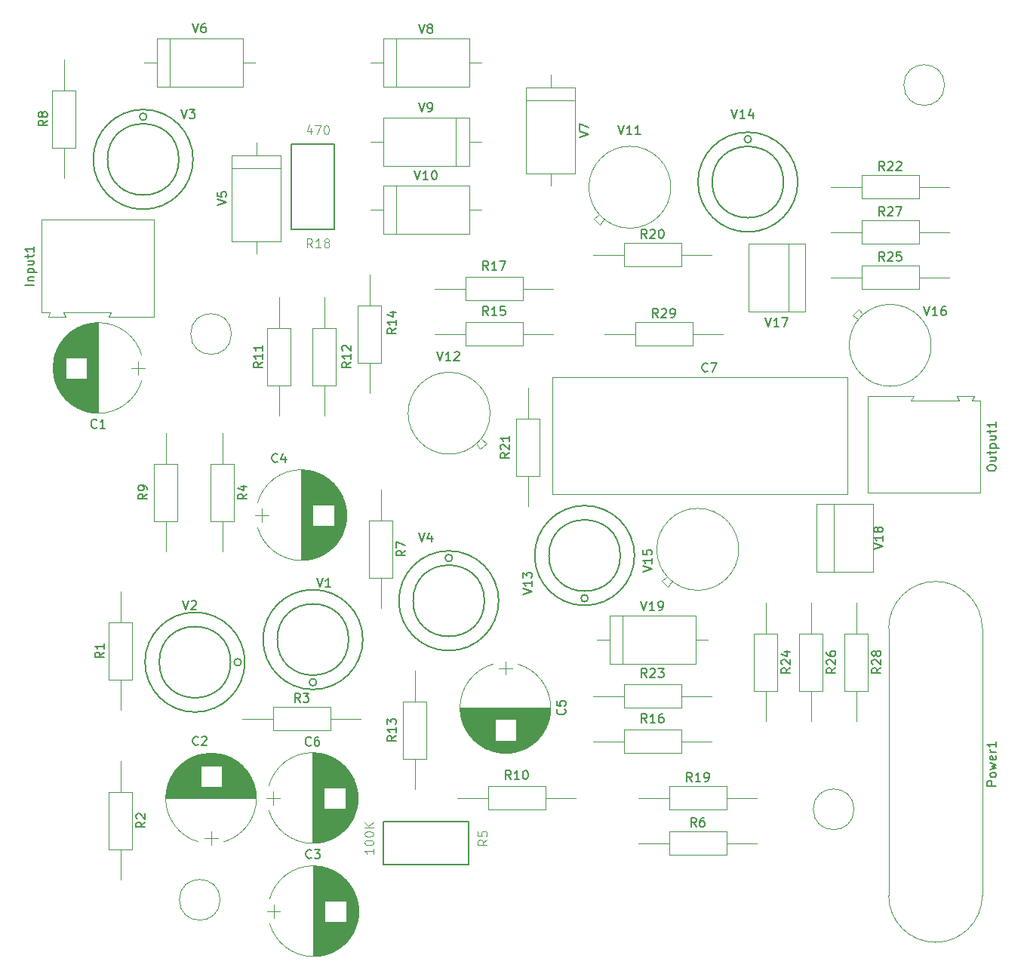
<source format=gbr>
G04 #@! TF.FileFunction,Legend,Top*
%FSLAX46Y46*%
G04 Gerber Fmt 4.6, Leading zero omitted, Abs format (unit mm)*
G04 Created by KiCad (PCBNEW 4.0.7) date 06/09/18 16:01:23*
%MOMM*%
%LPD*%
G01*
G04 APERTURE LIST*
%ADD10C,0.100000*%
%ADD11C,0.150000*%
%ADD12C,0.120000*%
%ADD13C,0.127000*%
%ADD14C,0.050000*%
G04 APERTURE END LIST*
D10*
D11*
X242240000Y-39110000D02*
G75*
G03X242240000Y-39110000I-400000J0D01*
G01*
X245840000Y-43910000D02*
G75*
G03X245840000Y-43910000I-4000000J0D01*
G01*
X247440000Y-43910000D02*
G75*
G03X247440000Y-43910000I-5600000J0D01*
G01*
D12*
X164051563Y-66153264D02*
G75*
G03X173849357Y-66150000I4898437J1383264D01*
G01*
X164051563Y-63386736D02*
G75*
G02X173849357Y-63390000I4898437J-1383264D01*
G01*
X164051563Y-63386736D02*
G75*
G03X164050643Y-66150000I4898437J-1383264D01*
G01*
X168950000Y-69820000D02*
X168950000Y-59720000D01*
X168910000Y-69820000D02*
X168910000Y-59720000D01*
X168870000Y-69820000D02*
X168870000Y-59720000D01*
X168830000Y-69819000D02*
X168830000Y-59721000D01*
X168790000Y-69818000D02*
X168790000Y-59722000D01*
X168750000Y-69817000D02*
X168750000Y-59723000D01*
X168710000Y-69815000D02*
X168710000Y-59725000D01*
X168670000Y-69813000D02*
X168670000Y-59727000D01*
X168630000Y-69810000D02*
X168630000Y-59730000D01*
X168590000Y-69808000D02*
X168590000Y-59732000D01*
X168550000Y-69805000D02*
X168550000Y-59735000D01*
X168510000Y-69801000D02*
X168510000Y-59739000D01*
X168470000Y-69798000D02*
X168470000Y-59742000D01*
X168430000Y-69794000D02*
X168430000Y-59746000D01*
X168390000Y-69790000D02*
X168390000Y-59750000D01*
X168350000Y-69785000D02*
X168350000Y-59755000D01*
X168310000Y-69780000D02*
X168310000Y-59760000D01*
X168270000Y-69775000D02*
X168270000Y-59765000D01*
X168229000Y-69769000D02*
X168229000Y-59771000D01*
X168189000Y-69763000D02*
X168189000Y-59777000D01*
X168149000Y-69757000D02*
X168149000Y-59783000D01*
X168109000Y-69751000D02*
X168109000Y-59789000D01*
X168069000Y-69744000D02*
X168069000Y-59796000D01*
X168029000Y-69737000D02*
X168029000Y-59803000D01*
X167989000Y-69729000D02*
X167989000Y-59811000D01*
X167949000Y-69721000D02*
X167949000Y-59819000D01*
X167909000Y-69713000D02*
X167909000Y-59827000D01*
X167869000Y-69705000D02*
X167869000Y-59835000D01*
X167829000Y-69696000D02*
X167829000Y-59844000D01*
X167789000Y-69687000D02*
X167789000Y-59853000D01*
X167749000Y-69677000D02*
X167749000Y-59863000D01*
X167709000Y-69667000D02*
X167709000Y-59873000D01*
X167669000Y-69657000D02*
X167669000Y-59883000D01*
X167629000Y-69646000D02*
X167629000Y-65951000D01*
X167629000Y-63589000D02*
X167629000Y-59894000D01*
X167589000Y-69635000D02*
X167589000Y-65951000D01*
X167589000Y-63589000D02*
X167589000Y-59905000D01*
X167549000Y-69624000D02*
X167549000Y-65951000D01*
X167549000Y-63589000D02*
X167549000Y-59916000D01*
X167509000Y-69613000D02*
X167509000Y-65951000D01*
X167509000Y-63589000D02*
X167509000Y-59927000D01*
X167469000Y-69601000D02*
X167469000Y-65951000D01*
X167469000Y-63589000D02*
X167469000Y-59939000D01*
X167429000Y-69588000D02*
X167429000Y-65951000D01*
X167429000Y-63589000D02*
X167429000Y-59952000D01*
X167389000Y-69576000D02*
X167389000Y-65951000D01*
X167389000Y-63589000D02*
X167389000Y-59964000D01*
X167349000Y-69562000D02*
X167349000Y-65951000D01*
X167349000Y-63589000D02*
X167349000Y-59978000D01*
X167309000Y-69549000D02*
X167309000Y-65951000D01*
X167309000Y-63589000D02*
X167309000Y-59991000D01*
X167269000Y-69535000D02*
X167269000Y-65951000D01*
X167269000Y-63589000D02*
X167269000Y-60005000D01*
X167229000Y-69521000D02*
X167229000Y-65951000D01*
X167229000Y-63589000D02*
X167229000Y-60019000D01*
X167189000Y-69507000D02*
X167189000Y-65951000D01*
X167189000Y-63589000D02*
X167189000Y-60033000D01*
X167149000Y-69492000D02*
X167149000Y-65951000D01*
X167149000Y-63589000D02*
X167149000Y-60048000D01*
X167109000Y-69476000D02*
X167109000Y-65951000D01*
X167109000Y-63589000D02*
X167109000Y-60064000D01*
X167069000Y-69461000D02*
X167069000Y-65951000D01*
X167069000Y-63589000D02*
X167069000Y-60079000D01*
X167029000Y-69444000D02*
X167029000Y-65951000D01*
X167029000Y-63589000D02*
X167029000Y-60096000D01*
X166989000Y-69428000D02*
X166989000Y-65951000D01*
X166989000Y-63589000D02*
X166989000Y-60112000D01*
X166949000Y-69411000D02*
X166949000Y-65951000D01*
X166949000Y-63589000D02*
X166949000Y-60129000D01*
X166909000Y-69394000D02*
X166909000Y-65951000D01*
X166909000Y-63589000D02*
X166909000Y-60146000D01*
X166869000Y-69376000D02*
X166869000Y-65951000D01*
X166869000Y-63589000D02*
X166869000Y-60164000D01*
X166829000Y-69358000D02*
X166829000Y-65951000D01*
X166829000Y-63589000D02*
X166829000Y-60182000D01*
X166789000Y-69339000D02*
X166789000Y-65951000D01*
X166789000Y-63589000D02*
X166789000Y-60201000D01*
X166749000Y-69320000D02*
X166749000Y-65951000D01*
X166749000Y-63589000D02*
X166749000Y-60220000D01*
X166709000Y-69301000D02*
X166709000Y-65951000D01*
X166709000Y-63589000D02*
X166709000Y-60239000D01*
X166669000Y-69281000D02*
X166669000Y-65951000D01*
X166669000Y-63589000D02*
X166669000Y-60259000D01*
X166629000Y-69261000D02*
X166629000Y-65951000D01*
X166629000Y-63589000D02*
X166629000Y-60279000D01*
X166589000Y-69240000D02*
X166589000Y-65951000D01*
X166589000Y-63589000D02*
X166589000Y-60300000D01*
X166549000Y-69219000D02*
X166549000Y-65951000D01*
X166549000Y-63589000D02*
X166549000Y-60321000D01*
X166509000Y-69198000D02*
X166509000Y-65951000D01*
X166509000Y-63589000D02*
X166509000Y-60342000D01*
X166469000Y-69175000D02*
X166469000Y-65951000D01*
X166469000Y-63589000D02*
X166469000Y-60365000D01*
X166429000Y-69153000D02*
X166429000Y-65951000D01*
X166429000Y-63589000D02*
X166429000Y-60387000D01*
X166389000Y-69130000D02*
X166389000Y-65951000D01*
X166389000Y-63589000D02*
X166389000Y-60410000D01*
X166349000Y-69106000D02*
X166349000Y-65951000D01*
X166349000Y-63589000D02*
X166349000Y-60434000D01*
X166309000Y-69082000D02*
X166309000Y-65951000D01*
X166309000Y-63589000D02*
X166309000Y-60458000D01*
X166269000Y-69058000D02*
X166269000Y-65951000D01*
X166269000Y-63589000D02*
X166269000Y-60482000D01*
X166229000Y-69033000D02*
X166229000Y-65951000D01*
X166229000Y-63589000D02*
X166229000Y-60507000D01*
X166189000Y-69007000D02*
X166189000Y-65951000D01*
X166189000Y-63589000D02*
X166189000Y-60533000D01*
X166149000Y-68981000D02*
X166149000Y-65951000D01*
X166149000Y-63589000D02*
X166149000Y-60559000D01*
X166109000Y-68955000D02*
X166109000Y-65951000D01*
X166109000Y-63589000D02*
X166109000Y-60585000D01*
X166069000Y-68927000D02*
X166069000Y-65951000D01*
X166069000Y-63589000D02*
X166069000Y-60613000D01*
X166029000Y-68900000D02*
X166029000Y-65951000D01*
X166029000Y-63589000D02*
X166029000Y-60640000D01*
X165989000Y-68871000D02*
X165989000Y-65951000D01*
X165989000Y-63589000D02*
X165989000Y-60669000D01*
X165949000Y-68842000D02*
X165949000Y-65951000D01*
X165949000Y-63589000D02*
X165949000Y-60698000D01*
X165909000Y-68813000D02*
X165909000Y-65951000D01*
X165909000Y-63589000D02*
X165909000Y-60727000D01*
X165869000Y-68783000D02*
X165869000Y-65951000D01*
X165869000Y-63589000D02*
X165869000Y-60757000D01*
X165829000Y-68752000D02*
X165829000Y-65951000D01*
X165829000Y-63589000D02*
X165829000Y-60788000D01*
X165789000Y-68721000D02*
X165789000Y-65951000D01*
X165789000Y-63589000D02*
X165789000Y-60819000D01*
X165749000Y-68689000D02*
X165749000Y-65951000D01*
X165749000Y-63589000D02*
X165749000Y-60851000D01*
X165709000Y-68656000D02*
X165709000Y-65951000D01*
X165709000Y-63589000D02*
X165709000Y-60884000D01*
X165669000Y-68623000D02*
X165669000Y-65951000D01*
X165669000Y-63589000D02*
X165669000Y-60917000D01*
X165629000Y-68589000D02*
X165629000Y-65951000D01*
X165629000Y-63589000D02*
X165629000Y-60951000D01*
X165589000Y-68554000D02*
X165589000Y-65951000D01*
X165589000Y-63589000D02*
X165589000Y-60986000D01*
X165549000Y-68518000D02*
X165549000Y-65951000D01*
X165549000Y-63589000D02*
X165549000Y-61022000D01*
X165509000Y-68482000D02*
X165509000Y-65951000D01*
X165509000Y-63589000D02*
X165509000Y-61058000D01*
X165469000Y-68445000D02*
X165469000Y-65951000D01*
X165469000Y-63589000D02*
X165469000Y-61095000D01*
X165429000Y-68407000D02*
X165429000Y-65951000D01*
X165429000Y-63589000D02*
X165429000Y-61133000D01*
X165389000Y-68368000D02*
X165389000Y-65951000D01*
X165389000Y-63589000D02*
X165389000Y-61172000D01*
X165349000Y-68329000D02*
X165349000Y-65951000D01*
X165349000Y-63589000D02*
X165349000Y-61211000D01*
X165309000Y-68288000D02*
X165309000Y-65951000D01*
X165309000Y-63589000D02*
X165309000Y-61252000D01*
X165269000Y-68247000D02*
X165269000Y-61293000D01*
X165229000Y-68205000D02*
X165229000Y-61335000D01*
X165189000Y-68161000D02*
X165189000Y-61379000D01*
X165149000Y-68117000D02*
X165149000Y-61423000D01*
X165109000Y-68072000D02*
X165109000Y-61468000D01*
X165069000Y-68025000D02*
X165069000Y-61515000D01*
X165029000Y-67977000D02*
X165029000Y-61563000D01*
X164989000Y-67928000D02*
X164989000Y-61612000D01*
X164949000Y-67878000D02*
X164949000Y-61662000D01*
X164909000Y-67827000D02*
X164909000Y-61713000D01*
X164869000Y-67774000D02*
X164869000Y-61766000D01*
X164829000Y-67719000D02*
X164829000Y-61821000D01*
X164789000Y-67664000D02*
X164789000Y-61876000D01*
X164749000Y-67606000D02*
X164749000Y-61934000D01*
X164709000Y-67547000D02*
X164709000Y-61993000D01*
X164669000Y-67485000D02*
X164669000Y-62055000D01*
X164629000Y-67422000D02*
X164629000Y-62118000D01*
X164589000Y-67357000D02*
X164589000Y-62183000D01*
X164549000Y-67289000D02*
X164549000Y-62251000D01*
X164509000Y-67219000D02*
X164509000Y-62321000D01*
X164469000Y-67147000D02*
X164469000Y-62393000D01*
X164429000Y-67071000D02*
X164429000Y-62469000D01*
X164389000Y-66992000D02*
X164389000Y-62548000D01*
X164349000Y-66910000D02*
X164349000Y-62630000D01*
X164309000Y-66823000D02*
X164309000Y-62717000D01*
X164269000Y-66732000D02*
X164269000Y-62808000D01*
X164229000Y-66636000D02*
X164229000Y-62904000D01*
X164189000Y-66533000D02*
X164189000Y-63007000D01*
X164149000Y-66424000D02*
X164149000Y-63116000D01*
X164109000Y-66306000D02*
X164109000Y-63234000D01*
X164069000Y-66177000D02*
X164069000Y-63363000D01*
X164029000Y-66035000D02*
X164029000Y-63505000D01*
X163989000Y-65874000D02*
X163989000Y-63666000D01*
X163949000Y-65683000D02*
X163949000Y-63857000D01*
X163909000Y-65442000D02*
X163909000Y-64098000D01*
X163869000Y-65049000D02*
X163869000Y-64491000D01*
X174150000Y-64770000D02*
X172650000Y-64770000D01*
X173400000Y-65520000D02*
X173400000Y-64020000D01*
D11*
X174390000Y-36570000D02*
G75*
G03X174390000Y-36570000I-400000J0D01*
G01*
X177990000Y-41370000D02*
G75*
G03X177990000Y-41370000I-4000000J0D01*
G01*
X179590000Y-41370000D02*
G75*
G03X179590000Y-41370000I-5600000J0D01*
G01*
D12*
X254210000Y-59330000D02*
X253610000Y-58830000D01*
X253610000Y-58830000D02*
X254310000Y-58230000D01*
X254310000Y-58230000D02*
X254710000Y-58730000D01*
X262410000Y-62230000D02*
G75*
G03X262410000Y-62230000I-4600000J0D01*
G01*
X253000000Y-78950000D02*
X219880000Y-78950000D01*
X253000000Y-65830000D02*
X219880000Y-65830000D01*
X253000000Y-78950000D02*
X253000000Y-65830000D01*
X219880000Y-78950000D02*
X219880000Y-65830000D01*
D11*
X193440000Y-100050000D02*
G75*
G03X193440000Y-100050000I-400000J0D01*
G01*
X197040000Y-95250000D02*
G75*
G03X197040000Y-95250000I-4000000J0D01*
G01*
X198640000Y-95250000D02*
G75*
G03X198640000Y-95250000I-5600000J0D01*
G01*
D12*
X233320000Y-88730000D02*
X232820000Y-89330000D01*
X232820000Y-89330000D02*
X232220000Y-88630000D01*
X232220000Y-88630000D02*
X232720000Y-88230000D01*
X240820000Y-85130000D02*
G75*
G03X240820000Y-85130000I-4600000J0D01*
G01*
X211920000Y-72750000D02*
X212520000Y-73250000D01*
X212520000Y-73250000D02*
X211820000Y-73850000D01*
X211820000Y-73850000D02*
X211420000Y-73350000D01*
X212920000Y-69850000D02*
G75*
G03X212920000Y-69850000I-4600000J0D01*
G01*
X187920000Y-66710000D02*
X190540000Y-66710000D01*
X190540000Y-66710000D02*
X190540000Y-60290000D01*
X190540000Y-60290000D02*
X187920000Y-60290000D01*
X187920000Y-60290000D02*
X187920000Y-66710000D01*
X189230000Y-70140000D02*
X189230000Y-66710000D01*
X189230000Y-56860000D02*
X189230000Y-60290000D01*
X180226736Y-108171563D02*
G75*
G03X180230000Y-117969357I1383264J-4898437D01*
G01*
X182993264Y-108171563D02*
G75*
G02X182990000Y-117969357I-1383264J-4898437D01*
G01*
X182993264Y-108171563D02*
G75*
G03X180230000Y-108170643I-1383264J-4898437D01*
G01*
X176560000Y-113070000D02*
X186660000Y-113070000D01*
X176560000Y-113030000D02*
X186660000Y-113030000D01*
X176560000Y-112990000D02*
X186660000Y-112990000D01*
X176561000Y-112950000D02*
X186659000Y-112950000D01*
X176562000Y-112910000D02*
X186658000Y-112910000D01*
X176563000Y-112870000D02*
X186657000Y-112870000D01*
X176565000Y-112830000D02*
X186655000Y-112830000D01*
X176567000Y-112790000D02*
X186653000Y-112790000D01*
X176570000Y-112750000D02*
X186650000Y-112750000D01*
X176572000Y-112710000D02*
X186648000Y-112710000D01*
X176575000Y-112670000D02*
X186645000Y-112670000D01*
X176579000Y-112630000D02*
X186641000Y-112630000D01*
X176582000Y-112590000D02*
X186638000Y-112590000D01*
X176586000Y-112550000D02*
X186634000Y-112550000D01*
X176590000Y-112510000D02*
X186630000Y-112510000D01*
X176595000Y-112470000D02*
X186625000Y-112470000D01*
X176600000Y-112430000D02*
X186620000Y-112430000D01*
X176605000Y-112390000D02*
X186615000Y-112390000D01*
X176611000Y-112349000D02*
X186609000Y-112349000D01*
X176617000Y-112309000D02*
X186603000Y-112309000D01*
X176623000Y-112269000D02*
X186597000Y-112269000D01*
X176629000Y-112229000D02*
X186591000Y-112229000D01*
X176636000Y-112189000D02*
X186584000Y-112189000D01*
X176643000Y-112149000D02*
X186577000Y-112149000D01*
X176651000Y-112109000D02*
X186569000Y-112109000D01*
X176659000Y-112069000D02*
X186561000Y-112069000D01*
X176667000Y-112029000D02*
X186553000Y-112029000D01*
X176675000Y-111989000D02*
X186545000Y-111989000D01*
X176684000Y-111949000D02*
X186536000Y-111949000D01*
X176693000Y-111909000D02*
X186527000Y-111909000D01*
X176703000Y-111869000D02*
X186517000Y-111869000D01*
X176713000Y-111829000D02*
X186507000Y-111829000D01*
X176723000Y-111789000D02*
X186497000Y-111789000D01*
X176734000Y-111749000D02*
X180429000Y-111749000D01*
X182791000Y-111749000D02*
X186486000Y-111749000D01*
X176745000Y-111709000D02*
X180429000Y-111709000D01*
X182791000Y-111709000D02*
X186475000Y-111709000D01*
X176756000Y-111669000D02*
X180429000Y-111669000D01*
X182791000Y-111669000D02*
X186464000Y-111669000D01*
X176767000Y-111629000D02*
X180429000Y-111629000D01*
X182791000Y-111629000D02*
X186453000Y-111629000D01*
X176779000Y-111589000D02*
X180429000Y-111589000D01*
X182791000Y-111589000D02*
X186441000Y-111589000D01*
X176792000Y-111549000D02*
X180429000Y-111549000D01*
X182791000Y-111549000D02*
X186428000Y-111549000D01*
X176804000Y-111509000D02*
X180429000Y-111509000D01*
X182791000Y-111509000D02*
X186416000Y-111509000D01*
X176818000Y-111469000D02*
X180429000Y-111469000D01*
X182791000Y-111469000D02*
X186402000Y-111469000D01*
X176831000Y-111429000D02*
X180429000Y-111429000D01*
X182791000Y-111429000D02*
X186389000Y-111429000D01*
X176845000Y-111389000D02*
X180429000Y-111389000D01*
X182791000Y-111389000D02*
X186375000Y-111389000D01*
X176859000Y-111349000D02*
X180429000Y-111349000D01*
X182791000Y-111349000D02*
X186361000Y-111349000D01*
X176873000Y-111309000D02*
X180429000Y-111309000D01*
X182791000Y-111309000D02*
X186347000Y-111309000D01*
X176888000Y-111269000D02*
X180429000Y-111269000D01*
X182791000Y-111269000D02*
X186332000Y-111269000D01*
X176904000Y-111229000D02*
X180429000Y-111229000D01*
X182791000Y-111229000D02*
X186316000Y-111229000D01*
X176919000Y-111189000D02*
X180429000Y-111189000D01*
X182791000Y-111189000D02*
X186301000Y-111189000D01*
X176936000Y-111149000D02*
X180429000Y-111149000D01*
X182791000Y-111149000D02*
X186284000Y-111149000D01*
X176952000Y-111109000D02*
X180429000Y-111109000D01*
X182791000Y-111109000D02*
X186268000Y-111109000D01*
X176969000Y-111069000D02*
X180429000Y-111069000D01*
X182791000Y-111069000D02*
X186251000Y-111069000D01*
X176986000Y-111029000D02*
X180429000Y-111029000D01*
X182791000Y-111029000D02*
X186234000Y-111029000D01*
X177004000Y-110989000D02*
X180429000Y-110989000D01*
X182791000Y-110989000D02*
X186216000Y-110989000D01*
X177022000Y-110949000D02*
X180429000Y-110949000D01*
X182791000Y-110949000D02*
X186198000Y-110949000D01*
X177041000Y-110909000D02*
X180429000Y-110909000D01*
X182791000Y-110909000D02*
X186179000Y-110909000D01*
X177060000Y-110869000D02*
X180429000Y-110869000D01*
X182791000Y-110869000D02*
X186160000Y-110869000D01*
X177079000Y-110829000D02*
X180429000Y-110829000D01*
X182791000Y-110829000D02*
X186141000Y-110829000D01*
X177099000Y-110789000D02*
X180429000Y-110789000D01*
X182791000Y-110789000D02*
X186121000Y-110789000D01*
X177119000Y-110749000D02*
X180429000Y-110749000D01*
X182791000Y-110749000D02*
X186101000Y-110749000D01*
X177140000Y-110709000D02*
X180429000Y-110709000D01*
X182791000Y-110709000D02*
X186080000Y-110709000D01*
X177161000Y-110669000D02*
X180429000Y-110669000D01*
X182791000Y-110669000D02*
X186059000Y-110669000D01*
X177182000Y-110629000D02*
X180429000Y-110629000D01*
X182791000Y-110629000D02*
X186038000Y-110629000D01*
X177205000Y-110589000D02*
X180429000Y-110589000D01*
X182791000Y-110589000D02*
X186015000Y-110589000D01*
X177227000Y-110549000D02*
X180429000Y-110549000D01*
X182791000Y-110549000D02*
X185993000Y-110549000D01*
X177250000Y-110509000D02*
X180429000Y-110509000D01*
X182791000Y-110509000D02*
X185970000Y-110509000D01*
X177274000Y-110469000D02*
X180429000Y-110469000D01*
X182791000Y-110469000D02*
X185946000Y-110469000D01*
X177298000Y-110429000D02*
X180429000Y-110429000D01*
X182791000Y-110429000D02*
X185922000Y-110429000D01*
X177322000Y-110389000D02*
X180429000Y-110389000D01*
X182791000Y-110389000D02*
X185898000Y-110389000D01*
X177347000Y-110349000D02*
X180429000Y-110349000D01*
X182791000Y-110349000D02*
X185873000Y-110349000D01*
X177373000Y-110309000D02*
X180429000Y-110309000D01*
X182791000Y-110309000D02*
X185847000Y-110309000D01*
X177399000Y-110269000D02*
X180429000Y-110269000D01*
X182791000Y-110269000D02*
X185821000Y-110269000D01*
X177425000Y-110229000D02*
X180429000Y-110229000D01*
X182791000Y-110229000D02*
X185795000Y-110229000D01*
X177453000Y-110189000D02*
X180429000Y-110189000D01*
X182791000Y-110189000D02*
X185767000Y-110189000D01*
X177480000Y-110149000D02*
X180429000Y-110149000D01*
X182791000Y-110149000D02*
X185740000Y-110149000D01*
X177509000Y-110109000D02*
X180429000Y-110109000D01*
X182791000Y-110109000D02*
X185711000Y-110109000D01*
X177538000Y-110069000D02*
X180429000Y-110069000D01*
X182791000Y-110069000D02*
X185682000Y-110069000D01*
X177567000Y-110029000D02*
X180429000Y-110029000D01*
X182791000Y-110029000D02*
X185653000Y-110029000D01*
X177597000Y-109989000D02*
X180429000Y-109989000D01*
X182791000Y-109989000D02*
X185623000Y-109989000D01*
X177628000Y-109949000D02*
X180429000Y-109949000D01*
X182791000Y-109949000D02*
X185592000Y-109949000D01*
X177659000Y-109909000D02*
X180429000Y-109909000D01*
X182791000Y-109909000D02*
X185561000Y-109909000D01*
X177691000Y-109869000D02*
X180429000Y-109869000D01*
X182791000Y-109869000D02*
X185529000Y-109869000D01*
X177724000Y-109829000D02*
X180429000Y-109829000D01*
X182791000Y-109829000D02*
X185496000Y-109829000D01*
X177757000Y-109789000D02*
X180429000Y-109789000D01*
X182791000Y-109789000D02*
X185463000Y-109789000D01*
X177791000Y-109749000D02*
X180429000Y-109749000D01*
X182791000Y-109749000D02*
X185429000Y-109749000D01*
X177826000Y-109709000D02*
X180429000Y-109709000D01*
X182791000Y-109709000D02*
X185394000Y-109709000D01*
X177862000Y-109669000D02*
X180429000Y-109669000D01*
X182791000Y-109669000D02*
X185358000Y-109669000D01*
X177898000Y-109629000D02*
X180429000Y-109629000D01*
X182791000Y-109629000D02*
X185322000Y-109629000D01*
X177935000Y-109589000D02*
X180429000Y-109589000D01*
X182791000Y-109589000D02*
X185285000Y-109589000D01*
X177973000Y-109549000D02*
X180429000Y-109549000D01*
X182791000Y-109549000D02*
X185247000Y-109549000D01*
X178012000Y-109509000D02*
X180429000Y-109509000D01*
X182791000Y-109509000D02*
X185208000Y-109509000D01*
X178051000Y-109469000D02*
X180429000Y-109469000D01*
X182791000Y-109469000D02*
X185169000Y-109469000D01*
X178092000Y-109429000D02*
X180429000Y-109429000D01*
X182791000Y-109429000D02*
X185128000Y-109429000D01*
X178133000Y-109389000D02*
X185087000Y-109389000D01*
X178175000Y-109349000D02*
X185045000Y-109349000D01*
X178219000Y-109309000D02*
X185001000Y-109309000D01*
X178263000Y-109269000D02*
X184957000Y-109269000D01*
X178308000Y-109229000D02*
X184912000Y-109229000D01*
X178355000Y-109189000D02*
X184865000Y-109189000D01*
X178403000Y-109149000D02*
X184817000Y-109149000D01*
X178452000Y-109109000D02*
X184768000Y-109109000D01*
X178502000Y-109069000D02*
X184718000Y-109069000D01*
X178553000Y-109029000D02*
X184667000Y-109029000D01*
X178606000Y-108989000D02*
X184614000Y-108989000D01*
X178661000Y-108949000D02*
X184559000Y-108949000D01*
X178716000Y-108909000D02*
X184504000Y-108909000D01*
X178774000Y-108869000D02*
X184446000Y-108869000D01*
X178833000Y-108829000D02*
X184387000Y-108829000D01*
X178895000Y-108789000D02*
X184325000Y-108789000D01*
X178958000Y-108749000D02*
X184262000Y-108749000D01*
X179023000Y-108709000D02*
X184197000Y-108709000D01*
X179091000Y-108669000D02*
X184129000Y-108669000D01*
X179161000Y-108629000D02*
X184059000Y-108629000D01*
X179233000Y-108589000D02*
X183987000Y-108589000D01*
X179309000Y-108549000D02*
X183911000Y-108549000D01*
X179388000Y-108509000D02*
X183832000Y-108509000D01*
X179470000Y-108469000D02*
X183750000Y-108469000D01*
X179557000Y-108429000D02*
X183663000Y-108429000D01*
X179648000Y-108389000D02*
X183572000Y-108389000D01*
X179744000Y-108349000D02*
X183476000Y-108349000D01*
X179847000Y-108309000D02*
X183373000Y-108309000D01*
X179956000Y-108269000D02*
X183264000Y-108269000D01*
X180074000Y-108229000D02*
X183146000Y-108229000D01*
X180203000Y-108189000D02*
X183017000Y-108189000D01*
X180345000Y-108149000D02*
X182875000Y-108149000D01*
X180506000Y-108109000D02*
X182714000Y-108109000D01*
X180697000Y-108069000D02*
X182523000Y-108069000D01*
X180938000Y-108029000D02*
X182282000Y-108029000D01*
X181331000Y-107989000D02*
X181889000Y-107989000D01*
X181610000Y-118270000D02*
X181610000Y-116770000D01*
X180860000Y-117520000D02*
X182360000Y-117520000D01*
X197978437Y-124346736D02*
G75*
G03X188180643Y-124350000I-4898437J-1383264D01*
G01*
X197978437Y-127113264D02*
G75*
G02X188180643Y-127110000I-4898437J1383264D01*
G01*
X197978437Y-127113264D02*
G75*
G03X197979357Y-124350000I-4898437J1383264D01*
G01*
X193080000Y-120680000D02*
X193080000Y-130780000D01*
X193120000Y-120680000D02*
X193120000Y-130780000D01*
X193160000Y-120680000D02*
X193160000Y-130780000D01*
X193200000Y-120681000D02*
X193200000Y-130779000D01*
X193240000Y-120682000D02*
X193240000Y-130778000D01*
X193280000Y-120683000D02*
X193280000Y-130777000D01*
X193320000Y-120685000D02*
X193320000Y-130775000D01*
X193360000Y-120687000D02*
X193360000Y-130773000D01*
X193400000Y-120690000D02*
X193400000Y-130770000D01*
X193440000Y-120692000D02*
X193440000Y-130768000D01*
X193480000Y-120695000D02*
X193480000Y-130765000D01*
X193520000Y-120699000D02*
X193520000Y-130761000D01*
X193560000Y-120702000D02*
X193560000Y-130758000D01*
X193600000Y-120706000D02*
X193600000Y-130754000D01*
X193640000Y-120710000D02*
X193640000Y-130750000D01*
X193680000Y-120715000D02*
X193680000Y-130745000D01*
X193720000Y-120720000D02*
X193720000Y-130740000D01*
X193760000Y-120725000D02*
X193760000Y-130735000D01*
X193801000Y-120731000D02*
X193801000Y-130729000D01*
X193841000Y-120737000D02*
X193841000Y-130723000D01*
X193881000Y-120743000D02*
X193881000Y-130717000D01*
X193921000Y-120749000D02*
X193921000Y-130711000D01*
X193961000Y-120756000D02*
X193961000Y-130704000D01*
X194001000Y-120763000D02*
X194001000Y-130697000D01*
X194041000Y-120771000D02*
X194041000Y-130689000D01*
X194081000Y-120779000D02*
X194081000Y-130681000D01*
X194121000Y-120787000D02*
X194121000Y-130673000D01*
X194161000Y-120795000D02*
X194161000Y-130665000D01*
X194201000Y-120804000D02*
X194201000Y-130656000D01*
X194241000Y-120813000D02*
X194241000Y-130647000D01*
X194281000Y-120823000D02*
X194281000Y-130637000D01*
X194321000Y-120833000D02*
X194321000Y-130627000D01*
X194361000Y-120843000D02*
X194361000Y-130617000D01*
X194401000Y-120854000D02*
X194401000Y-124549000D01*
X194401000Y-126911000D02*
X194401000Y-130606000D01*
X194441000Y-120865000D02*
X194441000Y-124549000D01*
X194441000Y-126911000D02*
X194441000Y-130595000D01*
X194481000Y-120876000D02*
X194481000Y-124549000D01*
X194481000Y-126911000D02*
X194481000Y-130584000D01*
X194521000Y-120887000D02*
X194521000Y-124549000D01*
X194521000Y-126911000D02*
X194521000Y-130573000D01*
X194561000Y-120899000D02*
X194561000Y-124549000D01*
X194561000Y-126911000D02*
X194561000Y-130561000D01*
X194601000Y-120912000D02*
X194601000Y-124549000D01*
X194601000Y-126911000D02*
X194601000Y-130548000D01*
X194641000Y-120924000D02*
X194641000Y-124549000D01*
X194641000Y-126911000D02*
X194641000Y-130536000D01*
X194681000Y-120938000D02*
X194681000Y-124549000D01*
X194681000Y-126911000D02*
X194681000Y-130522000D01*
X194721000Y-120951000D02*
X194721000Y-124549000D01*
X194721000Y-126911000D02*
X194721000Y-130509000D01*
X194761000Y-120965000D02*
X194761000Y-124549000D01*
X194761000Y-126911000D02*
X194761000Y-130495000D01*
X194801000Y-120979000D02*
X194801000Y-124549000D01*
X194801000Y-126911000D02*
X194801000Y-130481000D01*
X194841000Y-120993000D02*
X194841000Y-124549000D01*
X194841000Y-126911000D02*
X194841000Y-130467000D01*
X194881000Y-121008000D02*
X194881000Y-124549000D01*
X194881000Y-126911000D02*
X194881000Y-130452000D01*
X194921000Y-121024000D02*
X194921000Y-124549000D01*
X194921000Y-126911000D02*
X194921000Y-130436000D01*
X194961000Y-121039000D02*
X194961000Y-124549000D01*
X194961000Y-126911000D02*
X194961000Y-130421000D01*
X195001000Y-121056000D02*
X195001000Y-124549000D01*
X195001000Y-126911000D02*
X195001000Y-130404000D01*
X195041000Y-121072000D02*
X195041000Y-124549000D01*
X195041000Y-126911000D02*
X195041000Y-130388000D01*
X195081000Y-121089000D02*
X195081000Y-124549000D01*
X195081000Y-126911000D02*
X195081000Y-130371000D01*
X195121000Y-121106000D02*
X195121000Y-124549000D01*
X195121000Y-126911000D02*
X195121000Y-130354000D01*
X195161000Y-121124000D02*
X195161000Y-124549000D01*
X195161000Y-126911000D02*
X195161000Y-130336000D01*
X195201000Y-121142000D02*
X195201000Y-124549000D01*
X195201000Y-126911000D02*
X195201000Y-130318000D01*
X195241000Y-121161000D02*
X195241000Y-124549000D01*
X195241000Y-126911000D02*
X195241000Y-130299000D01*
X195281000Y-121180000D02*
X195281000Y-124549000D01*
X195281000Y-126911000D02*
X195281000Y-130280000D01*
X195321000Y-121199000D02*
X195321000Y-124549000D01*
X195321000Y-126911000D02*
X195321000Y-130261000D01*
X195361000Y-121219000D02*
X195361000Y-124549000D01*
X195361000Y-126911000D02*
X195361000Y-130241000D01*
X195401000Y-121239000D02*
X195401000Y-124549000D01*
X195401000Y-126911000D02*
X195401000Y-130221000D01*
X195441000Y-121260000D02*
X195441000Y-124549000D01*
X195441000Y-126911000D02*
X195441000Y-130200000D01*
X195481000Y-121281000D02*
X195481000Y-124549000D01*
X195481000Y-126911000D02*
X195481000Y-130179000D01*
X195521000Y-121302000D02*
X195521000Y-124549000D01*
X195521000Y-126911000D02*
X195521000Y-130158000D01*
X195561000Y-121325000D02*
X195561000Y-124549000D01*
X195561000Y-126911000D02*
X195561000Y-130135000D01*
X195601000Y-121347000D02*
X195601000Y-124549000D01*
X195601000Y-126911000D02*
X195601000Y-130113000D01*
X195641000Y-121370000D02*
X195641000Y-124549000D01*
X195641000Y-126911000D02*
X195641000Y-130090000D01*
X195681000Y-121394000D02*
X195681000Y-124549000D01*
X195681000Y-126911000D02*
X195681000Y-130066000D01*
X195721000Y-121418000D02*
X195721000Y-124549000D01*
X195721000Y-126911000D02*
X195721000Y-130042000D01*
X195761000Y-121442000D02*
X195761000Y-124549000D01*
X195761000Y-126911000D02*
X195761000Y-130018000D01*
X195801000Y-121467000D02*
X195801000Y-124549000D01*
X195801000Y-126911000D02*
X195801000Y-129993000D01*
X195841000Y-121493000D02*
X195841000Y-124549000D01*
X195841000Y-126911000D02*
X195841000Y-129967000D01*
X195881000Y-121519000D02*
X195881000Y-124549000D01*
X195881000Y-126911000D02*
X195881000Y-129941000D01*
X195921000Y-121545000D02*
X195921000Y-124549000D01*
X195921000Y-126911000D02*
X195921000Y-129915000D01*
X195961000Y-121573000D02*
X195961000Y-124549000D01*
X195961000Y-126911000D02*
X195961000Y-129887000D01*
X196001000Y-121600000D02*
X196001000Y-124549000D01*
X196001000Y-126911000D02*
X196001000Y-129860000D01*
X196041000Y-121629000D02*
X196041000Y-124549000D01*
X196041000Y-126911000D02*
X196041000Y-129831000D01*
X196081000Y-121658000D02*
X196081000Y-124549000D01*
X196081000Y-126911000D02*
X196081000Y-129802000D01*
X196121000Y-121687000D02*
X196121000Y-124549000D01*
X196121000Y-126911000D02*
X196121000Y-129773000D01*
X196161000Y-121717000D02*
X196161000Y-124549000D01*
X196161000Y-126911000D02*
X196161000Y-129743000D01*
X196201000Y-121748000D02*
X196201000Y-124549000D01*
X196201000Y-126911000D02*
X196201000Y-129712000D01*
X196241000Y-121779000D02*
X196241000Y-124549000D01*
X196241000Y-126911000D02*
X196241000Y-129681000D01*
X196281000Y-121811000D02*
X196281000Y-124549000D01*
X196281000Y-126911000D02*
X196281000Y-129649000D01*
X196321000Y-121844000D02*
X196321000Y-124549000D01*
X196321000Y-126911000D02*
X196321000Y-129616000D01*
X196361000Y-121877000D02*
X196361000Y-124549000D01*
X196361000Y-126911000D02*
X196361000Y-129583000D01*
X196401000Y-121911000D02*
X196401000Y-124549000D01*
X196401000Y-126911000D02*
X196401000Y-129549000D01*
X196441000Y-121946000D02*
X196441000Y-124549000D01*
X196441000Y-126911000D02*
X196441000Y-129514000D01*
X196481000Y-121982000D02*
X196481000Y-124549000D01*
X196481000Y-126911000D02*
X196481000Y-129478000D01*
X196521000Y-122018000D02*
X196521000Y-124549000D01*
X196521000Y-126911000D02*
X196521000Y-129442000D01*
X196561000Y-122055000D02*
X196561000Y-124549000D01*
X196561000Y-126911000D02*
X196561000Y-129405000D01*
X196601000Y-122093000D02*
X196601000Y-124549000D01*
X196601000Y-126911000D02*
X196601000Y-129367000D01*
X196641000Y-122132000D02*
X196641000Y-124549000D01*
X196641000Y-126911000D02*
X196641000Y-129328000D01*
X196681000Y-122171000D02*
X196681000Y-124549000D01*
X196681000Y-126911000D02*
X196681000Y-129289000D01*
X196721000Y-122212000D02*
X196721000Y-124549000D01*
X196721000Y-126911000D02*
X196721000Y-129248000D01*
X196761000Y-122253000D02*
X196761000Y-129207000D01*
X196801000Y-122295000D02*
X196801000Y-129165000D01*
X196841000Y-122339000D02*
X196841000Y-129121000D01*
X196881000Y-122383000D02*
X196881000Y-129077000D01*
X196921000Y-122428000D02*
X196921000Y-129032000D01*
X196961000Y-122475000D02*
X196961000Y-128985000D01*
X197001000Y-122523000D02*
X197001000Y-128937000D01*
X197041000Y-122572000D02*
X197041000Y-128888000D01*
X197081000Y-122622000D02*
X197081000Y-128838000D01*
X197121000Y-122673000D02*
X197121000Y-128787000D01*
X197161000Y-122726000D02*
X197161000Y-128734000D01*
X197201000Y-122781000D02*
X197201000Y-128679000D01*
X197241000Y-122836000D02*
X197241000Y-128624000D01*
X197281000Y-122894000D02*
X197281000Y-128566000D01*
X197321000Y-122953000D02*
X197321000Y-128507000D01*
X197361000Y-123015000D02*
X197361000Y-128445000D01*
X197401000Y-123078000D02*
X197401000Y-128382000D01*
X197441000Y-123143000D02*
X197441000Y-128317000D01*
X197481000Y-123211000D02*
X197481000Y-128249000D01*
X197521000Y-123281000D02*
X197521000Y-128179000D01*
X197561000Y-123353000D02*
X197561000Y-128107000D01*
X197601000Y-123429000D02*
X197601000Y-128031000D01*
X197641000Y-123508000D02*
X197641000Y-127952000D01*
X197681000Y-123590000D02*
X197681000Y-127870000D01*
X197721000Y-123677000D02*
X197721000Y-127783000D01*
X197761000Y-123768000D02*
X197761000Y-127692000D01*
X197801000Y-123864000D02*
X197801000Y-127596000D01*
X197841000Y-123967000D02*
X197841000Y-127493000D01*
X197881000Y-124076000D02*
X197881000Y-127384000D01*
X197921000Y-124194000D02*
X197921000Y-127266000D01*
X197961000Y-124323000D02*
X197961000Y-127137000D01*
X198001000Y-124465000D02*
X198001000Y-126995000D01*
X198041000Y-124626000D02*
X198041000Y-126834000D01*
X198081000Y-124817000D02*
X198081000Y-126643000D01*
X198121000Y-125058000D02*
X198121000Y-126402000D01*
X198161000Y-125451000D02*
X198161000Y-126009000D01*
X187880000Y-125730000D02*
X189380000Y-125730000D01*
X188630000Y-124980000D02*
X188630000Y-126480000D01*
X196628437Y-79896736D02*
G75*
G03X186830643Y-79900000I-4898437J-1383264D01*
G01*
X196628437Y-82663264D02*
G75*
G02X186830643Y-82660000I-4898437J1383264D01*
G01*
X196628437Y-82663264D02*
G75*
G03X196629357Y-79900000I-4898437J1383264D01*
G01*
X191730000Y-76230000D02*
X191730000Y-86330000D01*
X191770000Y-76230000D02*
X191770000Y-86330000D01*
X191810000Y-76230000D02*
X191810000Y-86330000D01*
X191850000Y-76231000D02*
X191850000Y-86329000D01*
X191890000Y-76232000D02*
X191890000Y-86328000D01*
X191930000Y-76233000D02*
X191930000Y-86327000D01*
X191970000Y-76235000D02*
X191970000Y-86325000D01*
X192010000Y-76237000D02*
X192010000Y-86323000D01*
X192050000Y-76240000D02*
X192050000Y-86320000D01*
X192090000Y-76242000D02*
X192090000Y-86318000D01*
X192130000Y-76245000D02*
X192130000Y-86315000D01*
X192170000Y-76249000D02*
X192170000Y-86311000D01*
X192210000Y-76252000D02*
X192210000Y-86308000D01*
X192250000Y-76256000D02*
X192250000Y-86304000D01*
X192290000Y-76260000D02*
X192290000Y-86300000D01*
X192330000Y-76265000D02*
X192330000Y-86295000D01*
X192370000Y-76270000D02*
X192370000Y-86290000D01*
X192410000Y-76275000D02*
X192410000Y-86285000D01*
X192451000Y-76281000D02*
X192451000Y-86279000D01*
X192491000Y-76287000D02*
X192491000Y-86273000D01*
X192531000Y-76293000D02*
X192531000Y-86267000D01*
X192571000Y-76299000D02*
X192571000Y-86261000D01*
X192611000Y-76306000D02*
X192611000Y-86254000D01*
X192651000Y-76313000D02*
X192651000Y-86247000D01*
X192691000Y-76321000D02*
X192691000Y-86239000D01*
X192731000Y-76329000D02*
X192731000Y-86231000D01*
X192771000Y-76337000D02*
X192771000Y-86223000D01*
X192811000Y-76345000D02*
X192811000Y-86215000D01*
X192851000Y-76354000D02*
X192851000Y-86206000D01*
X192891000Y-76363000D02*
X192891000Y-86197000D01*
X192931000Y-76373000D02*
X192931000Y-86187000D01*
X192971000Y-76383000D02*
X192971000Y-86177000D01*
X193011000Y-76393000D02*
X193011000Y-86167000D01*
X193051000Y-76404000D02*
X193051000Y-80099000D01*
X193051000Y-82461000D02*
X193051000Y-86156000D01*
X193091000Y-76415000D02*
X193091000Y-80099000D01*
X193091000Y-82461000D02*
X193091000Y-86145000D01*
X193131000Y-76426000D02*
X193131000Y-80099000D01*
X193131000Y-82461000D02*
X193131000Y-86134000D01*
X193171000Y-76437000D02*
X193171000Y-80099000D01*
X193171000Y-82461000D02*
X193171000Y-86123000D01*
X193211000Y-76449000D02*
X193211000Y-80099000D01*
X193211000Y-82461000D02*
X193211000Y-86111000D01*
X193251000Y-76462000D02*
X193251000Y-80099000D01*
X193251000Y-82461000D02*
X193251000Y-86098000D01*
X193291000Y-76474000D02*
X193291000Y-80099000D01*
X193291000Y-82461000D02*
X193291000Y-86086000D01*
X193331000Y-76488000D02*
X193331000Y-80099000D01*
X193331000Y-82461000D02*
X193331000Y-86072000D01*
X193371000Y-76501000D02*
X193371000Y-80099000D01*
X193371000Y-82461000D02*
X193371000Y-86059000D01*
X193411000Y-76515000D02*
X193411000Y-80099000D01*
X193411000Y-82461000D02*
X193411000Y-86045000D01*
X193451000Y-76529000D02*
X193451000Y-80099000D01*
X193451000Y-82461000D02*
X193451000Y-86031000D01*
X193491000Y-76543000D02*
X193491000Y-80099000D01*
X193491000Y-82461000D02*
X193491000Y-86017000D01*
X193531000Y-76558000D02*
X193531000Y-80099000D01*
X193531000Y-82461000D02*
X193531000Y-86002000D01*
X193571000Y-76574000D02*
X193571000Y-80099000D01*
X193571000Y-82461000D02*
X193571000Y-85986000D01*
X193611000Y-76589000D02*
X193611000Y-80099000D01*
X193611000Y-82461000D02*
X193611000Y-85971000D01*
X193651000Y-76606000D02*
X193651000Y-80099000D01*
X193651000Y-82461000D02*
X193651000Y-85954000D01*
X193691000Y-76622000D02*
X193691000Y-80099000D01*
X193691000Y-82461000D02*
X193691000Y-85938000D01*
X193731000Y-76639000D02*
X193731000Y-80099000D01*
X193731000Y-82461000D02*
X193731000Y-85921000D01*
X193771000Y-76656000D02*
X193771000Y-80099000D01*
X193771000Y-82461000D02*
X193771000Y-85904000D01*
X193811000Y-76674000D02*
X193811000Y-80099000D01*
X193811000Y-82461000D02*
X193811000Y-85886000D01*
X193851000Y-76692000D02*
X193851000Y-80099000D01*
X193851000Y-82461000D02*
X193851000Y-85868000D01*
X193891000Y-76711000D02*
X193891000Y-80099000D01*
X193891000Y-82461000D02*
X193891000Y-85849000D01*
X193931000Y-76730000D02*
X193931000Y-80099000D01*
X193931000Y-82461000D02*
X193931000Y-85830000D01*
X193971000Y-76749000D02*
X193971000Y-80099000D01*
X193971000Y-82461000D02*
X193971000Y-85811000D01*
X194011000Y-76769000D02*
X194011000Y-80099000D01*
X194011000Y-82461000D02*
X194011000Y-85791000D01*
X194051000Y-76789000D02*
X194051000Y-80099000D01*
X194051000Y-82461000D02*
X194051000Y-85771000D01*
X194091000Y-76810000D02*
X194091000Y-80099000D01*
X194091000Y-82461000D02*
X194091000Y-85750000D01*
X194131000Y-76831000D02*
X194131000Y-80099000D01*
X194131000Y-82461000D02*
X194131000Y-85729000D01*
X194171000Y-76852000D02*
X194171000Y-80099000D01*
X194171000Y-82461000D02*
X194171000Y-85708000D01*
X194211000Y-76875000D02*
X194211000Y-80099000D01*
X194211000Y-82461000D02*
X194211000Y-85685000D01*
X194251000Y-76897000D02*
X194251000Y-80099000D01*
X194251000Y-82461000D02*
X194251000Y-85663000D01*
X194291000Y-76920000D02*
X194291000Y-80099000D01*
X194291000Y-82461000D02*
X194291000Y-85640000D01*
X194331000Y-76944000D02*
X194331000Y-80099000D01*
X194331000Y-82461000D02*
X194331000Y-85616000D01*
X194371000Y-76968000D02*
X194371000Y-80099000D01*
X194371000Y-82461000D02*
X194371000Y-85592000D01*
X194411000Y-76992000D02*
X194411000Y-80099000D01*
X194411000Y-82461000D02*
X194411000Y-85568000D01*
X194451000Y-77017000D02*
X194451000Y-80099000D01*
X194451000Y-82461000D02*
X194451000Y-85543000D01*
X194491000Y-77043000D02*
X194491000Y-80099000D01*
X194491000Y-82461000D02*
X194491000Y-85517000D01*
X194531000Y-77069000D02*
X194531000Y-80099000D01*
X194531000Y-82461000D02*
X194531000Y-85491000D01*
X194571000Y-77095000D02*
X194571000Y-80099000D01*
X194571000Y-82461000D02*
X194571000Y-85465000D01*
X194611000Y-77123000D02*
X194611000Y-80099000D01*
X194611000Y-82461000D02*
X194611000Y-85437000D01*
X194651000Y-77150000D02*
X194651000Y-80099000D01*
X194651000Y-82461000D02*
X194651000Y-85410000D01*
X194691000Y-77179000D02*
X194691000Y-80099000D01*
X194691000Y-82461000D02*
X194691000Y-85381000D01*
X194731000Y-77208000D02*
X194731000Y-80099000D01*
X194731000Y-82461000D02*
X194731000Y-85352000D01*
X194771000Y-77237000D02*
X194771000Y-80099000D01*
X194771000Y-82461000D02*
X194771000Y-85323000D01*
X194811000Y-77267000D02*
X194811000Y-80099000D01*
X194811000Y-82461000D02*
X194811000Y-85293000D01*
X194851000Y-77298000D02*
X194851000Y-80099000D01*
X194851000Y-82461000D02*
X194851000Y-85262000D01*
X194891000Y-77329000D02*
X194891000Y-80099000D01*
X194891000Y-82461000D02*
X194891000Y-85231000D01*
X194931000Y-77361000D02*
X194931000Y-80099000D01*
X194931000Y-82461000D02*
X194931000Y-85199000D01*
X194971000Y-77394000D02*
X194971000Y-80099000D01*
X194971000Y-82461000D02*
X194971000Y-85166000D01*
X195011000Y-77427000D02*
X195011000Y-80099000D01*
X195011000Y-82461000D02*
X195011000Y-85133000D01*
X195051000Y-77461000D02*
X195051000Y-80099000D01*
X195051000Y-82461000D02*
X195051000Y-85099000D01*
X195091000Y-77496000D02*
X195091000Y-80099000D01*
X195091000Y-82461000D02*
X195091000Y-85064000D01*
X195131000Y-77532000D02*
X195131000Y-80099000D01*
X195131000Y-82461000D02*
X195131000Y-85028000D01*
X195171000Y-77568000D02*
X195171000Y-80099000D01*
X195171000Y-82461000D02*
X195171000Y-84992000D01*
X195211000Y-77605000D02*
X195211000Y-80099000D01*
X195211000Y-82461000D02*
X195211000Y-84955000D01*
X195251000Y-77643000D02*
X195251000Y-80099000D01*
X195251000Y-82461000D02*
X195251000Y-84917000D01*
X195291000Y-77682000D02*
X195291000Y-80099000D01*
X195291000Y-82461000D02*
X195291000Y-84878000D01*
X195331000Y-77721000D02*
X195331000Y-80099000D01*
X195331000Y-82461000D02*
X195331000Y-84839000D01*
X195371000Y-77762000D02*
X195371000Y-80099000D01*
X195371000Y-82461000D02*
X195371000Y-84798000D01*
X195411000Y-77803000D02*
X195411000Y-84757000D01*
X195451000Y-77845000D02*
X195451000Y-84715000D01*
X195491000Y-77889000D02*
X195491000Y-84671000D01*
X195531000Y-77933000D02*
X195531000Y-84627000D01*
X195571000Y-77978000D02*
X195571000Y-84582000D01*
X195611000Y-78025000D02*
X195611000Y-84535000D01*
X195651000Y-78073000D02*
X195651000Y-84487000D01*
X195691000Y-78122000D02*
X195691000Y-84438000D01*
X195731000Y-78172000D02*
X195731000Y-84388000D01*
X195771000Y-78223000D02*
X195771000Y-84337000D01*
X195811000Y-78276000D02*
X195811000Y-84284000D01*
X195851000Y-78331000D02*
X195851000Y-84229000D01*
X195891000Y-78386000D02*
X195891000Y-84174000D01*
X195931000Y-78444000D02*
X195931000Y-84116000D01*
X195971000Y-78503000D02*
X195971000Y-84057000D01*
X196011000Y-78565000D02*
X196011000Y-83995000D01*
X196051000Y-78628000D02*
X196051000Y-83932000D01*
X196091000Y-78693000D02*
X196091000Y-83867000D01*
X196131000Y-78761000D02*
X196131000Y-83799000D01*
X196171000Y-78831000D02*
X196171000Y-83729000D01*
X196211000Y-78903000D02*
X196211000Y-83657000D01*
X196251000Y-78979000D02*
X196251000Y-83581000D01*
X196291000Y-79058000D02*
X196291000Y-83502000D01*
X196331000Y-79140000D02*
X196331000Y-83420000D01*
X196371000Y-79227000D02*
X196371000Y-83333000D01*
X196411000Y-79318000D02*
X196411000Y-83242000D01*
X196451000Y-79414000D02*
X196451000Y-83146000D01*
X196491000Y-79517000D02*
X196491000Y-83043000D01*
X196531000Y-79626000D02*
X196531000Y-82934000D01*
X196571000Y-79744000D02*
X196571000Y-82816000D01*
X196611000Y-79873000D02*
X196611000Y-82687000D01*
X196651000Y-80015000D02*
X196651000Y-82545000D01*
X196691000Y-80176000D02*
X196691000Y-82384000D01*
X196731000Y-80367000D02*
X196731000Y-82193000D01*
X196771000Y-80608000D02*
X196771000Y-81952000D01*
X196811000Y-81001000D02*
X196811000Y-81559000D01*
X186530000Y-81280000D02*
X188030000Y-81280000D01*
X187280000Y-80530000D02*
X187280000Y-82030000D01*
X216013264Y-107808437D02*
G75*
G03X216010000Y-98010643I-1383264J4898437D01*
G01*
X213246736Y-107808437D02*
G75*
G02X213250000Y-98010643I1383264J4898437D01*
G01*
X213246736Y-107808437D02*
G75*
G03X216010000Y-107809357I1383264J4898437D01*
G01*
X219680000Y-102910000D02*
X209580000Y-102910000D01*
X219680000Y-102950000D02*
X209580000Y-102950000D01*
X219680000Y-102990000D02*
X209580000Y-102990000D01*
X219679000Y-103030000D02*
X209581000Y-103030000D01*
X219678000Y-103070000D02*
X209582000Y-103070000D01*
X219677000Y-103110000D02*
X209583000Y-103110000D01*
X219675000Y-103150000D02*
X209585000Y-103150000D01*
X219673000Y-103190000D02*
X209587000Y-103190000D01*
X219670000Y-103230000D02*
X209590000Y-103230000D01*
X219668000Y-103270000D02*
X209592000Y-103270000D01*
X219665000Y-103310000D02*
X209595000Y-103310000D01*
X219661000Y-103350000D02*
X209599000Y-103350000D01*
X219658000Y-103390000D02*
X209602000Y-103390000D01*
X219654000Y-103430000D02*
X209606000Y-103430000D01*
X219650000Y-103470000D02*
X209610000Y-103470000D01*
X219645000Y-103510000D02*
X209615000Y-103510000D01*
X219640000Y-103550000D02*
X209620000Y-103550000D01*
X219635000Y-103590000D02*
X209625000Y-103590000D01*
X219629000Y-103631000D02*
X209631000Y-103631000D01*
X219623000Y-103671000D02*
X209637000Y-103671000D01*
X219617000Y-103711000D02*
X209643000Y-103711000D01*
X219611000Y-103751000D02*
X209649000Y-103751000D01*
X219604000Y-103791000D02*
X209656000Y-103791000D01*
X219597000Y-103831000D02*
X209663000Y-103831000D01*
X219589000Y-103871000D02*
X209671000Y-103871000D01*
X219581000Y-103911000D02*
X209679000Y-103911000D01*
X219573000Y-103951000D02*
X209687000Y-103951000D01*
X219565000Y-103991000D02*
X209695000Y-103991000D01*
X219556000Y-104031000D02*
X209704000Y-104031000D01*
X219547000Y-104071000D02*
X209713000Y-104071000D01*
X219537000Y-104111000D02*
X209723000Y-104111000D01*
X219527000Y-104151000D02*
X209733000Y-104151000D01*
X219517000Y-104191000D02*
X209743000Y-104191000D01*
X219506000Y-104231000D02*
X215811000Y-104231000D01*
X213449000Y-104231000D02*
X209754000Y-104231000D01*
X219495000Y-104271000D02*
X215811000Y-104271000D01*
X213449000Y-104271000D02*
X209765000Y-104271000D01*
X219484000Y-104311000D02*
X215811000Y-104311000D01*
X213449000Y-104311000D02*
X209776000Y-104311000D01*
X219473000Y-104351000D02*
X215811000Y-104351000D01*
X213449000Y-104351000D02*
X209787000Y-104351000D01*
X219461000Y-104391000D02*
X215811000Y-104391000D01*
X213449000Y-104391000D02*
X209799000Y-104391000D01*
X219448000Y-104431000D02*
X215811000Y-104431000D01*
X213449000Y-104431000D02*
X209812000Y-104431000D01*
X219436000Y-104471000D02*
X215811000Y-104471000D01*
X213449000Y-104471000D02*
X209824000Y-104471000D01*
X219422000Y-104511000D02*
X215811000Y-104511000D01*
X213449000Y-104511000D02*
X209838000Y-104511000D01*
X219409000Y-104551000D02*
X215811000Y-104551000D01*
X213449000Y-104551000D02*
X209851000Y-104551000D01*
X219395000Y-104591000D02*
X215811000Y-104591000D01*
X213449000Y-104591000D02*
X209865000Y-104591000D01*
X219381000Y-104631000D02*
X215811000Y-104631000D01*
X213449000Y-104631000D02*
X209879000Y-104631000D01*
X219367000Y-104671000D02*
X215811000Y-104671000D01*
X213449000Y-104671000D02*
X209893000Y-104671000D01*
X219352000Y-104711000D02*
X215811000Y-104711000D01*
X213449000Y-104711000D02*
X209908000Y-104711000D01*
X219336000Y-104751000D02*
X215811000Y-104751000D01*
X213449000Y-104751000D02*
X209924000Y-104751000D01*
X219321000Y-104791000D02*
X215811000Y-104791000D01*
X213449000Y-104791000D02*
X209939000Y-104791000D01*
X219304000Y-104831000D02*
X215811000Y-104831000D01*
X213449000Y-104831000D02*
X209956000Y-104831000D01*
X219288000Y-104871000D02*
X215811000Y-104871000D01*
X213449000Y-104871000D02*
X209972000Y-104871000D01*
X219271000Y-104911000D02*
X215811000Y-104911000D01*
X213449000Y-104911000D02*
X209989000Y-104911000D01*
X219254000Y-104951000D02*
X215811000Y-104951000D01*
X213449000Y-104951000D02*
X210006000Y-104951000D01*
X219236000Y-104991000D02*
X215811000Y-104991000D01*
X213449000Y-104991000D02*
X210024000Y-104991000D01*
X219218000Y-105031000D02*
X215811000Y-105031000D01*
X213449000Y-105031000D02*
X210042000Y-105031000D01*
X219199000Y-105071000D02*
X215811000Y-105071000D01*
X213449000Y-105071000D02*
X210061000Y-105071000D01*
X219180000Y-105111000D02*
X215811000Y-105111000D01*
X213449000Y-105111000D02*
X210080000Y-105111000D01*
X219161000Y-105151000D02*
X215811000Y-105151000D01*
X213449000Y-105151000D02*
X210099000Y-105151000D01*
X219141000Y-105191000D02*
X215811000Y-105191000D01*
X213449000Y-105191000D02*
X210119000Y-105191000D01*
X219121000Y-105231000D02*
X215811000Y-105231000D01*
X213449000Y-105231000D02*
X210139000Y-105231000D01*
X219100000Y-105271000D02*
X215811000Y-105271000D01*
X213449000Y-105271000D02*
X210160000Y-105271000D01*
X219079000Y-105311000D02*
X215811000Y-105311000D01*
X213449000Y-105311000D02*
X210181000Y-105311000D01*
X219058000Y-105351000D02*
X215811000Y-105351000D01*
X213449000Y-105351000D02*
X210202000Y-105351000D01*
X219035000Y-105391000D02*
X215811000Y-105391000D01*
X213449000Y-105391000D02*
X210225000Y-105391000D01*
X219013000Y-105431000D02*
X215811000Y-105431000D01*
X213449000Y-105431000D02*
X210247000Y-105431000D01*
X218990000Y-105471000D02*
X215811000Y-105471000D01*
X213449000Y-105471000D02*
X210270000Y-105471000D01*
X218966000Y-105511000D02*
X215811000Y-105511000D01*
X213449000Y-105511000D02*
X210294000Y-105511000D01*
X218942000Y-105551000D02*
X215811000Y-105551000D01*
X213449000Y-105551000D02*
X210318000Y-105551000D01*
X218918000Y-105591000D02*
X215811000Y-105591000D01*
X213449000Y-105591000D02*
X210342000Y-105591000D01*
X218893000Y-105631000D02*
X215811000Y-105631000D01*
X213449000Y-105631000D02*
X210367000Y-105631000D01*
X218867000Y-105671000D02*
X215811000Y-105671000D01*
X213449000Y-105671000D02*
X210393000Y-105671000D01*
X218841000Y-105711000D02*
X215811000Y-105711000D01*
X213449000Y-105711000D02*
X210419000Y-105711000D01*
X218815000Y-105751000D02*
X215811000Y-105751000D01*
X213449000Y-105751000D02*
X210445000Y-105751000D01*
X218787000Y-105791000D02*
X215811000Y-105791000D01*
X213449000Y-105791000D02*
X210473000Y-105791000D01*
X218760000Y-105831000D02*
X215811000Y-105831000D01*
X213449000Y-105831000D02*
X210500000Y-105831000D01*
X218731000Y-105871000D02*
X215811000Y-105871000D01*
X213449000Y-105871000D02*
X210529000Y-105871000D01*
X218702000Y-105911000D02*
X215811000Y-105911000D01*
X213449000Y-105911000D02*
X210558000Y-105911000D01*
X218673000Y-105951000D02*
X215811000Y-105951000D01*
X213449000Y-105951000D02*
X210587000Y-105951000D01*
X218643000Y-105991000D02*
X215811000Y-105991000D01*
X213449000Y-105991000D02*
X210617000Y-105991000D01*
X218612000Y-106031000D02*
X215811000Y-106031000D01*
X213449000Y-106031000D02*
X210648000Y-106031000D01*
X218581000Y-106071000D02*
X215811000Y-106071000D01*
X213449000Y-106071000D02*
X210679000Y-106071000D01*
X218549000Y-106111000D02*
X215811000Y-106111000D01*
X213449000Y-106111000D02*
X210711000Y-106111000D01*
X218516000Y-106151000D02*
X215811000Y-106151000D01*
X213449000Y-106151000D02*
X210744000Y-106151000D01*
X218483000Y-106191000D02*
X215811000Y-106191000D01*
X213449000Y-106191000D02*
X210777000Y-106191000D01*
X218449000Y-106231000D02*
X215811000Y-106231000D01*
X213449000Y-106231000D02*
X210811000Y-106231000D01*
X218414000Y-106271000D02*
X215811000Y-106271000D01*
X213449000Y-106271000D02*
X210846000Y-106271000D01*
X218378000Y-106311000D02*
X215811000Y-106311000D01*
X213449000Y-106311000D02*
X210882000Y-106311000D01*
X218342000Y-106351000D02*
X215811000Y-106351000D01*
X213449000Y-106351000D02*
X210918000Y-106351000D01*
X218305000Y-106391000D02*
X215811000Y-106391000D01*
X213449000Y-106391000D02*
X210955000Y-106391000D01*
X218267000Y-106431000D02*
X215811000Y-106431000D01*
X213449000Y-106431000D02*
X210993000Y-106431000D01*
X218228000Y-106471000D02*
X215811000Y-106471000D01*
X213449000Y-106471000D02*
X211032000Y-106471000D01*
X218189000Y-106511000D02*
X215811000Y-106511000D01*
X213449000Y-106511000D02*
X211071000Y-106511000D01*
X218148000Y-106551000D02*
X215811000Y-106551000D01*
X213449000Y-106551000D02*
X211112000Y-106551000D01*
X218107000Y-106591000D02*
X211153000Y-106591000D01*
X218065000Y-106631000D02*
X211195000Y-106631000D01*
X218021000Y-106671000D02*
X211239000Y-106671000D01*
X217977000Y-106711000D02*
X211283000Y-106711000D01*
X217932000Y-106751000D02*
X211328000Y-106751000D01*
X217885000Y-106791000D02*
X211375000Y-106791000D01*
X217837000Y-106831000D02*
X211423000Y-106831000D01*
X217788000Y-106871000D02*
X211472000Y-106871000D01*
X217738000Y-106911000D02*
X211522000Y-106911000D01*
X217687000Y-106951000D02*
X211573000Y-106951000D01*
X217634000Y-106991000D02*
X211626000Y-106991000D01*
X217579000Y-107031000D02*
X211681000Y-107031000D01*
X217524000Y-107071000D02*
X211736000Y-107071000D01*
X217466000Y-107111000D02*
X211794000Y-107111000D01*
X217407000Y-107151000D02*
X211853000Y-107151000D01*
X217345000Y-107191000D02*
X211915000Y-107191000D01*
X217282000Y-107231000D02*
X211978000Y-107231000D01*
X217217000Y-107271000D02*
X212043000Y-107271000D01*
X217149000Y-107311000D02*
X212111000Y-107311000D01*
X217079000Y-107351000D02*
X212181000Y-107351000D01*
X217007000Y-107391000D02*
X212253000Y-107391000D01*
X216931000Y-107431000D02*
X212329000Y-107431000D01*
X216852000Y-107471000D02*
X212408000Y-107471000D01*
X216770000Y-107511000D02*
X212490000Y-107511000D01*
X216683000Y-107551000D02*
X212577000Y-107551000D01*
X216592000Y-107591000D02*
X212668000Y-107591000D01*
X216496000Y-107631000D02*
X212764000Y-107631000D01*
X216393000Y-107671000D02*
X212867000Y-107671000D01*
X216284000Y-107711000D02*
X212976000Y-107711000D01*
X216166000Y-107751000D02*
X213094000Y-107751000D01*
X216037000Y-107791000D02*
X213223000Y-107791000D01*
X215895000Y-107831000D02*
X213365000Y-107831000D01*
X215734000Y-107871000D02*
X213526000Y-107871000D01*
X215543000Y-107911000D02*
X213717000Y-107911000D01*
X215302000Y-107951000D02*
X213958000Y-107951000D01*
X214909000Y-107991000D02*
X214351000Y-107991000D01*
X214630000Y-97710000D02*
X214630000Y-99210000D01*
X215380000Y-98460000D02*
X213880000Y-98460000D01*
X197898437Y-111646736D02*
G75*
G03X188100643Y-111650000I-4898437J-1383264D01*
G01*
X197898437Y-114413264D02*
G75*
G02X188100643Y-114410000I-4898437J1383264D01*
G01*
X197898437Y-114413264D02*
G75*
G03X197899357Y-111650000I-4898437J1383264D01*
G01*
X193000000Y-107980000D02*
X193000000Y-118080000D01*
X193040000Y-107980000D02*
X193040000Y-118080000D01*
X193080000Y-107980000D02*
X193080000Y-118080000D01*
X193120000Y-107981000D02*
X193120000Y-118079000D01*
X193160000Y-107982000D02*
X193160000Y-118078000D01*
X193200000Y-107983000D02*
X193200000Y-118077000D01*
X193240000Y-107985000D02*
X193240000Y-118075000D01*
X193280000Y-107987000D02*
X193280000Y-118073000D01*
X193320000Y-107990000D02*
X193320000Y-118070000D01*
X193360000Y-107992000D02*
X193360000Y-118068000D01*
X193400000Y-107995000D02*
X193400000Y-118065000D01*
X193440000Y-107999000D02*
X193440000Y-118061000D01*
X193480000Y-108002000D02*
X193480000Y-118058000D01*
X193520000Y-108006000D02*
X193520000Y-118054000D01*
X193560000Y-108010000D02*
X193560000Y-118050000D01*
X193600000Y-108015000D02*
X193600000Y-118045000D01*
X193640000Y-108020000D02*
X193640000Y-118040000D01*
X193680000Y-108025000D02*
X193680000Y-118035000D01*
X193721000Y-108031000D02*
X193721000Y-118029000D01*
X193761000Y-108037000D02*
X193761000Y-118023000D01*
X193801000Y-108043000D02*
X193801000Y-118017000D01*
X193841000Y-108049000D02*
X193841000Y-118011000D01*
X193881000Y-108056000D02*
X193881000Y-118004000D01*
X193921000Y-108063000D02*
X193921000Y-117997000D01*
X193961000Y-108071000D02*
X193961000Y-117989000D01*
X194001000Y-108079000D02*
X194001000Y-117981000D01*
X194041000Y-108087000D02*
X194041000Y-117973000D01*
X194081000Y-108095000D02*
X194081000Y-117965000D01*
X194121000Y-108104000D02*
X194121000Y-117956000D01*
X194161000Y-108113000D02*
X194161000Y-117947000D01*
X194201000Y-108123000D02*
X194201000Y-117937000D01*
X194241000Y-108133000D02*
X194241000Y-117927000D01*
X194281000Y-108143000D02*
X194281000Y-117917000D01*
X194321000Y-108154000D02*
X194321000Y-111849000D01*
X194321000Y-114211000D02*
X194321000Y-117906000D01*
X194361000Y-108165000D02*
X194361000Y-111849000D01*
X194361000Y-114211000D02*
X194361000Y-117895000D01*
X194401000Y-108176000D02*
X194401000Y-111849000D01*
X194401000Y-114211000D02*
X194401000Y-117884000D01*
X194441000Y-108187000D02*
X194441000Y-111849000D01*
X194441000Y-114211000D02*
X194441000Y-117873000D01*
X194481000Y-108199000D02*
X194481000Y-111849000D01*
X194481000Y-114211000D02*
X194481000Y-117861000D01*
X194521000Y-108212000D02*
X194521000Y-111849000D01*
X194521000Y-114211000D02*
X194521000Y-117848000D01*
X194561000Y-108224000D02*
X194561000Y-111849000D01*
X194561000Y-114211000D02*
X194561000Y-117836000D01*
X194601000Y-108238000D02*
X194601000Y-111849000D01*
X194601000Y-114211000D02*
X194601000Y-117822000D01*
X194641000Y-108251000D02*
X194641000Y-111849000D01*
X194641000Y-114211000D02*
X194641000Y-117809000D01*
X194681000Y-108265000D02*
X194681000Y-111849000D01*
X194681000Y-114211000D02*
X194681000Y-117795000D01*
X194721000Y-108279000D02*
X194721000Y-111849000D01*
X194721000Y-114211000D02*
X194721000Y-117781000D01*
X194761000Y-108293000D02*
X194761000Y-111849000D01*
X194761000Y-114211000D02*
X194761000Y-117767000D01*
X194801000Y-108308000D02*
X194801000Y-111849000D01*
X194801000Y-114211000D02*
X194801000Y-117752000D01*
X194841000Y-108324000D02*
X194841000Y-111849000D01*
X194841000Y-114211000D02*
X194841000Y-117736000D01*
X194881000Y-108339000D02*
X194881000Y-111849000D01*
X194881000Y-114211000D02*
X194881000Y-117721000D01*
X194921000Y-108356000D02*
X194921000Y-111849000D01*
X194921000Y-114211000D02*
X194921000Y-117704000D01*
X194961000Y-108372000D02*
X194961000Y-111849000D01*
X194961000Y-114211000D02*
X194961000Y-117688000D01*
X195001000Y-108389000D02*
X195001000Y-111849000D01*
X195001000Y-114211000D02*
X195001000Y-117671000D01*
X195041000Y-108406000D02*
X195041000Y-111849000D01*
X195041000Y-114211000D02*
X195041000Y-117654000D01*
X195081000Y-108424000D02*
X195081000Y-111849000D01*
X195081000Y-114211000D02*
X195081000Y-117636000D01*
X195121000Y-108442000D02*
X195121000Y-111849000D01*
X195121000Y-114211000D02*
X195121000Y-117618000D01*
X195161000Y-108461000D02*
X195161000Y-111849000D01*
X195161000Y-114211000D02*
X195161000Y-117599000D01*
X195201000Y-108480000D02*
X195201000Y-111849000D01*
X195201000Y-114211000D02*
X195201000Y-117580000D01*
X195241000Y-108499000D02*
X195241000Y-111849000D01*
X195241000Y-114211000D02*
X195241000Y-117561000D01*
X195281000Y-108519000D02*
X195281000Y-111849000D01*
X195281000Y-114211000D02*
X195281000Y-117541000D01*
X195321000Y-108539000D02*
X195321000Y-111849000D01*
X195321000Y-114211000D02*
X195321000Y-117521000D01*
X195361000Y-108560000D02*
X195361000Y-111849000D01*
X195361000Y-114211000D02*
X195361000Y-117500000D01*
X195401000Y-108581000D02*
X195401000Y-111849000D01*
X195401000Y-114211000D02*
X195401000Y-117479000D01*
X195441000Y-108602000D02*
X195441000Y-111849000D01*
X195441000Y-114211000D02*
X195441000Y-117458000D01*
X195481000Y-108625000D02*
X195481000Y-111849000D01*
X195481000Y-114211000D02*
X195481000Y-117435000D01*
X195521000Y-108647000D02*
X195521000Y-111849000D01*
X195521000Y-114211000D02*
X195521000Y-117413000D01*
X195561000Y-108670000D02*
X195561000Y-111849000D01*
X195561000Y-114211000D02*
X195561000Y-117390000D01*
X195601000Y-108694000D02*
X195601000Y-111849000D01*
X195601000Y-114211000D02*
X195601000Y-117366000D01*
X195641000Y-108718000D02*
X195641000Y-111849000D01*
X195641000Y-114211000D02*
X195641000Y-117342000D01*
X195681000Y-108742000D02*
X195681000Y-111849000D01*
X195681000Y-114211000D02*
X195681000Y-117318000D01*
X195721000Y-108767000D02*
X195721000Y-111849000D01*
X195721000Y-114211000D02*
X195721000Y-117293000D01*
X195761000Y-108793000D02*
X195761000Y-111849000D01*
X195761000Y-114211000D02*
X195761000Y-117267000D01*
X195801000Y-108819000D02*
X195801000Y-111849000D01*
X195801000Y-114211000D02*
X195801000Y-117241000D01*
X195841000Y-108845000D02*
X195841000Y-111849000D01*
X195841000Y-114211000D02*
X195841000Y-117215000D01*
X195881000Y-108873000D02*
X195881000Y-111849000D01*
X195881000Y-114211000D02*
X195881000Y-117187000D01*
X195921000Y-108900000D02*
X195921000Y-111849000D01*
X195921000Y-114211000D02*
X195921000Y-117160000D01*
X195961000Y-108929000D02*
X195961000Y-111849000D01*
X195961000Y-114211000D02*
X195961000Y-117131000D01*
X196001000Y-108958000D02*
X196001000Y-111849000D01*
X196001000Y-114211000D02*
X196001000Y-117102000D01*
X196041000Y-108987000D02*
X196041000Y-111849000D01*
X196041000Y-114211000D02*
X196041000Y-117073000D01*
X196081000Y-109017000D02*
X196081000Y-111849000D01*
X196081000Y-114211000D02*
X196081000Y-117043000D01*
X196121000Y-109048000D02*
X196121000Y-111849000D01*
X196121000Y-114211000D02*
X196121000Y-117012000D01*
X196161000Y-109079000D02*
X196161000Y-111849000D01*
X196161000Y-114211000D02*
X196161000Y-116981000D01*
X196201000Y-109111000D02*
X196201000Y-111849000D01*
X196201000Y-114211000D02*
X196201000Y-116949000D01*
X196241000Y-109144000D02*
X196241000Y-111849000D01*
X196241000Y-114211000D02*
X196241000Y-116916000D01*
X196281000Y-109177000D02*
X196281000Y-111849000D01*
X196281000Y-114211000D02*
X196281000Y-116883000D01*
X196321000Y-109211000D02*
X196321000Y-111849000D01*
X196321000Y-114211000D02*
X196321000Y-116849000D01*
X196361000Y-109246000D02*
X196361000Y-111849000D01*
X196361000Y-114211000D02*
X196361000Y-116814000D01*
X196401000Y-109282000D02*
X196401000Y-111849000D01*
X196401000Y-114211000D02*
X196401000Y-116778000D01*
X196441000Y-109318000D02*
X196441000Y-111849000D01*
X196441000Y-114211000D02*
X196441000Y-116742000D01*
X196481000Y-109355000D02*
X196481000Y-111849000D01*
X196481000Y-114211000D02*
X196481000Y-116705000D01*
X196521000Y-109393000D02*
X196521000Y-111849000D01*
X196521000Y-114211000D02*
X196521000Y-116667000D01*
X196561000Y-109432000D02*
X196561000Y-111849000D01*
X196561000Y-114211000D02*
X196561000Y-116628000D01*
X196601000Y-109471000D02*
X196601000Y-111849000D01*
X196601000Y-114211000D02*
X196601000Y-116589000D01*
X196641000Y-109512000D02*
X196641000Y-111849000D01*
X196641000Y-114211000D02*
X196641000Y-116548000D01*
X196681000Y-109553000D02*
X196681000Y-116507000D01*
X196721000Y-109595000D02*
X196721000Y-116465000D01*
X196761000Y-109639000D02*
X196761000Y-116421000D01*
X196801000Y-109683000D02*
X196801000Y-116377000D01*
X196841000Y-109728000D02*
X196841000Y-116332000D01*
X196881000Y-109775000D02*
X196881000Y-116285000D01*
X196921000Y-109823000D02*
X196921000Y-116237000D01*
X196961000Y-109872000D02*
X196961000Y-116188000D01*
X197001000Y-109922000D02*
X197001000Y-116138000D01*
X197041000Y-109973000D02*
X197041000Y-116087000D01*
X197081000Y-110026000D02*
X197081000Y-116034000D01*
X197121000Y-110081000D02*
X197121000Y-115979000D01*
X197161000Y-110136000D02*
X197161000Y-115924000D01*
X197201000Y-110194000D02*
X197201000Y-115866000D01*
X197241000Y-110253000D02*
X197241000Y-115807000D01*
X197281000Y-110315000D02*
X197281000Y-115745000D01*
X197321000Y-110378000D02*
X197321000Y-115682000D01*
X197361000Y-110443000D02*
X197361000Y-115617000D01*
X197401000Y-110511000D02*
X197401000Y-115549000D01*
X197441000Y-110581000D02*
X197441000Y-115479000D01*
X197481000Y-110653000D02*
X197481000Y-115407000D01*
X197521000Y-110729000D02*
X197521000Y-115331000D01*
X197561000Y-110808000D02*
X197561000Y-115252000D01*
X197601000Y-110890000D02*
X197601000Y-115170000D01*
X197641000Y-110977000D02*
X197641000Y-115083000D01*
X197681000Y-111068000D02*
X197681000Y-114992000D01*
X197721000Y-111164000D02*
X197721000Y-114896000D01*
X197761000Y-111267000D02*
X197761000Y-114793000D01*
X197801000Y-111376000D02*
X197801000Y-114684000D01*
X197841000Y-111494000D02*
X197841000Y-114566000D01*
X197881000Y-111623000D02*
X197881000Y-114437000D01*
X197921000Y-111765000D02*
X197921000Y-114295000D01*
X197961000Y-111926000D02*
X197961000Y-114134000D01*
X198001000Y-112117000D02*
X198001000Y-113943000D01*
X198041000Y-112358000D02*
X198041000Y-113702000D01*
X198081000Y-112751000D02*
X198081000Y-113309000D01*
X187800000Y-113030000D02*
X189300000Y-113030000D01*
X188550000Y-112280000D02*
X188550000Y-113780000D01*
X175210000Y-48150000D02*
X162610000Y-48150000D01*
X162610000Y-48150000D02*
X162610000Y-58500000D01*
X162610000Y-58500000D02*
X163560000Y-58500000D01*
X163560000Y-58500000D02*
X163310000Y-59000000D01*
X163310000Y-59000000D02*
X165210000Y-59000000D01*
X165210000Y-59000000D02*
X165260000Y-59000000D01*
X165260000Y-59000000D02*
X165010000Y-58500000D01*
X165010000Y-58500000D02*
X170410000Y-58500000D01*
X170410000Y-58500000D02*
X170110000Y-59000000D01*
X170110000Y-59000000D02*
X175210000Y-59000000D01*
X175210000Y-59000000D02*
X175210000Y-48150000D01*
X255320000Y-78770000D02*
X267920000Y-78770000D01*
X267920000Y-78770000D02*
X267920000Y-68420000D01*
X267920000Y-68420000D02*
X266970000Y-68420000D01*
X266970000Y-68420000D02*
X267220000Y-67920000D01*
X267220000Y-67920000D02*
X265320000Y-67920000D01*
X265320000Y-67920000D02*
X265270000Y-67920000D01*
X265270000Y-67920000D02*
X265520000Y-68420000D01*
X265520000Y-68420000D02*
X260120000Y-68420000D01*
X260120000Y-68420000D02*
X260420000Y-67920000D01*
X260420000Y-67920000D02*
X255320000Y-67920000D01*
X255320000Y-67920000D02*
X255320000Y-78770000D01*
X257640000Y-93980000D02*
X257640000Y-123980000D01*
X268140000Y-123980000D02*
X268140000Y-93980000D01*
X257640000Y-123980000D02*
G75*
G03X268140000Y-123980000I5250000J0D01*
G01*
X268140000Y-93980000D02*
G75*
G03X257640000Y-93980000I-5250000J0D01*
G01*
X172760000Y-112360000D02*
X170140000Y-112360000D01*
X170140000Y-112360000D02*
X170140000Y-118780000D01*
X170140000Y-118780000D02*
X172760000Y-118780000D01*
X172760000Y-118780000D02*
X172760000Y-112360000D01*
X171450000Y-108930000D02*
X171450000Y-112360000D01*
X171450000Y-122210000D02*
X171450000Y-118780000D01*
X188560000Y-102830000D02*
X188560000Y-105450000D01*
X188560000Y-105450000D02*
X194980000Y-105450000D01*
X194980000Y-105450000D02*
X194980000Y-102830000D01*
X194980000Y-102830000D02*
X188560000Y-102830000D01*
X185130000Y-104140000D02*
X188560000Y-104140000D01*
X198410000Y-104140000D02*
X194980000Y-104140000D01*
X184190000Y-75530000D02*
X181570000Y-75530000D01*
X181570000Y-75530000D02*
X181570000Y-81950000D01*
X181570000Y-81950000D02*
X184190000Y-81950000D01*
X184190000Y-81950000D02*
X184190000Y-75530000D01*
X182880000Y-72100000D02*
X182880000Y-75530000D01*
X182880000Y-85380000D02*
X182880000Y-81950000D01*
X233010000Y-116800000D02*
X233010000Y-119420000D01*
X233010000Y-119420000D02*
X239430000Y-119420000D01*
X239430000Y-119420000D02*
X239430000Y-116800000D01*
X239430000Y-116800000D02*
X233010000Y-116800000D01*
X229580000Y-118110000D02*
X233010000Y-118110000D01*
X242860000Y-118110000D02*
X239430000Y-118110000D01*
X201970000Y-81880000D02*
X199350000Y-81880000D01*
X199350000Y-81880000D02*
X199350000Y-88300000D01*
X199350000Y-88300000D02*
X201970000Y-88300000D01*
X201970000Y-88300000D02*
X201970000Y-81880000D01*
X200660000Y-78450000D02*
X200660000Y-81880000D01*
X200660000Y-91730000D02*
X200660000Y-88300000D01*
X163790000Y-40040000D02*
X166410000Y-40040000D01*
X166410000Y-40040000D02*
X166410000Y-33620000D01*
X166410000Y-33620000D02*
X163790000Y-33620000D01*
X163790000Y-33620000D02*
X163790000Y-40040000D01*
X165100000Y-43470000D02*
X165100000Y-40040000D01*
X165100000Y-30190000D02*
X165100000Y-33620000D01*
X177840000Y-75530000D02*
X175220000Y-75530000D01*
X175220000Y-75530000D02*
X175220000Y-81950000D01*
X175220000Y-81950000D02*
X177840000Y-81950000D01*
X177840000Y-81950000D02*
X177840000Y-75530000D01*
X176530000Y-72100000D02*
X176530000Y-75530000D01*
X176530000Y-85380000D02*
X176530000Y-81950000D01*
X219110000Y-114340000D02*
X219110000Y-111720000D01*
X219110000Y-111720000D02*
X212690000Y-111720000D01*
X212690000Y-111720000D02*
X212690000Y-114340000D01*
X212690000Y-114340000D02*
X219110000Y-114340000D01*
X222540000Y-113030000D02*
X219110000Y-113030000D01*
X209260000Y-113030000D02*
X212690000Y-113030000D01*
X195620000Y-60290000D02*
X193000000Y-60290000D01*
X193000000Y-60290000D02*
X193000000Y-66710000D01*
X193000000Y-66710000D02*
X195620000Y-66710000D01*
X195620000Y-66710000D02*
X195620000Y-60290000D01*
X194310000Y-56860000D02*
X194310000Y-60290000D01*
X194310000Y-70140000D02*
X194310000Y-66710000D01*
X205780000Y-102200000D02*
X203160000Y-102200000D01*
X203160000Y-102200000D02*
X203160000Y-108620000D01*
X203160000Y-108620000D02*
X205780000Y-108620000D01*
X205780000Y-108620000D02*
X205780000Y-102200000D01*
X204470000Y-98770000D02*
X204470000Y-102200000D01*
X204470000Y-112050000D02*
X204470000Y-108620000D01*
X198080000Y-64170000D02*
X200700000Y-64170000D01*
X200700000Y-64170000D02*
X200700000Y-57750000D01*
X200700000Y-57750000D02*
X198080000Y-57750000D01*
X198080000Y-57750000D02*
X198080000Y-64170000D01*
X199390000Y-67600000D02*
X199390000Y-64170000D01*
X199390000Y-54320000D02*
X199390000Y-57750000D01*
X210150000Y-59650000D02*
X210150000Y-62270000D01*
X210150000Y-62270000D02*
X216570000Y-62270000D01*
X216570000Y-62270000D02*
X216570000Y-59650000D01*
X216570000Y-59650000D02*
X210150000Y-59650000D01*
X206720000Y-60960000D02*
X210150000Y-60960000D01*
X220000000Y-60960000D02*
X216570000Y-60960000D01*
X234350000Y-107990000D02*
X234350000Y-105370000D01*
X234350000Y-105370000D02*
X227930000Y-105370000D01*
X227930000Y-105370000D02*
X227930000Y-107990000D01*
X227930000Y-107990000D02*
X234350000Y-107990000D01*
X237780000Y-106680000D02*
X234350000Y-106680000D01*
X224500000Y-106680000D02*
X227930000Y-106680000D01*
X216570000Y-57190000D02*
X216570000Y-54570000D01*
X216570000Y-54570000D02*
X210150000Y-54570000D01*
X210150000Y-54570000D02*
X210150000Y-57190000D01*
X210150000Y-57190000D02*
X216570000Y-57190000D01*
X220000000Y-55880000D02*
X216570000Y-55880000D01*
X206720000Y-55880000D02*
X210150000Y-55880000D01*
X233010000Y-111720000D02*
X233010000Y-114340000D01*
X233010000Y-114340000D02*
X239430000Y-114340000D01*
X239430000Y-114340000D02*
X239430000Y-111720000D01*
X239430000Y-111720000D02*
X233010000Y-111720000D01*
X229580000Y-113030000D02*
X233010000Y-113030000D01*
X242860000Y-113030000D02*
X239430000Y-113030000D01*
X227930000Y-50760000D02*
X227930000Y-53380000D01*
X227930000Y-53380000D02*
X234350000Y-53380000D01*
X234350000Y-53380000D02*
X234350000Y-50760000D01*
X234350000Y-50760000D02*
X227930000Y-50760000D01*
X224500000Y-52070000D02*
X227930000Y-52070000D01*
X237780000Y-52070000D02*
X234350000Y-52070000D01*
X215860000Y-76870000D02*
X218480000Y-76870000D01*
X218480000Y-76870000D02*
X218480000Y-70450000D01*
X218480000Y-70450000D02*
X215860000Y-70450000D01*
X215860000Y-70450000D02*
X215860000Y-76870000D01*
X217170000Y-80300000D02*
X217170000Y-76870000D01*
X217170000Y-67020000D02*
X217170000Y-70450000D01*
X254600000Y-43140000D02*
X254600000Y-45760000D01*
X254600000Y-45760000D02*
X261020000Y-45760000D01*
X261020000Y-45760000D02*
X261020000Y-43140000D01*
X261020000Y-43140000D02*
X254600000Y-43140000D01*
X251170000Y-44450000D02*
X254600000Y-44450000D01*
X264450000Y-44450000D02*
X261020000Y-44450000D01*
X234350000Y-102910000D02*
X234350000Y-100290000D01*
X234350000Y-100290000D02*
X227930000Y-100290000D01*
X227930000Y-100290000D02*
X227930000Y-102910000D01*
X227930000Y-102910000D02*
X234350000Y-102910000D01*
X237780000Y-101600000D02*
X234350000Y-101600000D01*
X224500000Y-101600000D02*
X227930000Y-101600000D01*
X245150000Y-94580000D02*
X242530000Y-94580000D01*
X242530000Y-94580000D02*
X242530000Y-101000000D01*
X242530000Y-101000000D02*
X245150000Y-101000000D01*
X245150000Y-101000000D02*
X245150000Y-94580000D01*
X243840000Y-91150000D02*
X243840000Y-94580000D01*
X243840000Y-104430000D02*
X243840000Y-101000000D01*
X254600000Y-53300000D02*
X254600000Y-55920000D01*
X254600000Y-55920000D02*
X261020000Y-55920000D01*
X261020000Y-55920000D02*
X261020000Y-53300000D01*
X261020000Y-53300000D02*
X254600000Y-53300000D01*
X251170000Y-54610000D02*
X254600000Y-54610000D01*
X264450000Y-54610000D02*
X261020000Y-54610000D01*
X250230000Y-94580000D02*
X247610000Y-94580000D01*
X247610000Y-94580000D02*
X247610000Y-101000000D01*
X247610000Y-101000000D02*
X250230000Y-101000000D01*
X250230000Y-101000000D02*
X250230000Y-94580000D01*
X248920000Y-91150000D02*
X248920000Y-94580000D01*
X248920000Y-104430000D02*
X248920000Y-101000000D01*
X254600000Y-48220000D02*
X254600000Y-50840000D01*
X254600000Y-50840000D02*
X261020000Y-50840000D01*
X261020000Y-50840000D02*
X261020000Y-48220000D01*
X261020000Y-48220000D02*
X254600000Y-48220000D01*
X251170000Y-49530000D02*
X254600000Y-49530000D01*
X264450000Y-49530000D02*
X261020000Y-49530000D01*
X255310000Y-94580000D02*
X252690000Y-94580000D01*
X252690000Y-94580000D02*
X252690000Y-101000000D01*
X252690000Y-101000000D02*
X255310000Y-101000000D01*
X255310000Y-101000000D02*
X255310000Y-94580000D01*
X254000000Y-91150000D02*
X254000000Y-94580000D01*
X254000000Y-104430000D02*
X254000000Y-101000000D01*
X229200000Y-59650000D02*
X229200000Y-62270000D01*
X229200000Y-62270000D02*
X235620000Y-62270000D01*
X235620000Y-62270000D02*
X235620000Y-59650000D01*
X235620000Y-59650000D02*
X229200000Y-59650000D01*
X225770000Y-60960000D02*
X229200000Y-60960000D01*
X239050000Y-60960000D02*
X235620000Y-60960000D01*
D11*
X185000000Y-97790000D02*
G75*
G03X185000000Y-97790000I-400000J0D01*
G01*
X183800000Y-97790000D02*
G75*
G03X183800000Y-97790000I-4000000J0D01*
G01*
X185400000Y-97790000D02*
G75*
G03X185400000Y-97790000I-5600000J0D01*
G01*
X208680000Y-86100000D02*
G75*
G03X208680000Y-86100000I-400000J0D01*
G01*
X212280000Y-90900000D02*
G75*
G03X212280000Y-90900000I-4000000J0D01*
G01*
X213880000Y-90900000D02*
G75*
G03X213880000Y-90900000I-5600000J0D01*
G01*
D12*
X189415000Y-40900000D02*
X183965000Y-40900000D01*
X183965000Y-40900000D02*
X183965000Y-50540000D01*
X183965000Y-50540000D02*
X189415000Y-50540000D01*
X189415000Y-50540000D02*
X189415000Y-40900000D01*
X186690000Y-39480000D02*
X186690000Y-40900000D01*
X186690000Y-51960000D02*
X186690000Y-50540000D01*
X189415000Y-42388000D02*
X183965000Y-42388000D01*
X175520000Y-27755000D02*
X175520000Y-33205000D01*
X175520000Y-33205000D02*
X185160000Y-33205000D01*
X185160000Y-33205000D02*
X185160000Y-27755000D01*
X185160000Y-27755000D02*
X175520000Y-27755000D01*
X174100000Y-30480000D02*
X175520000Y-30480000D01*
X186580000Y-30480000D02*
X185160000Y-30480000D01*
X177008000Y-27755000D02*
X177008000Y-33205000D01*
X222435000Y-33280000D02*
X216985000Y-33280000D01*
X216985000Y-33280000D02*
X216985000Y-42920000D01*
X216985000Y-42920000D02*
X222435000Y-42920000D01*
X222435000Y-42920000D02*
X222435000Y-33280000D01*
X219710000Y-31860000D02*
X219710000Y-33280000D01*
X219710000Y-44340000D02*
X219710000Y-42920000D01*
X222435000Y-34768000D02*
X216985000Y-34768000D01*
X200920000Y-27755000D02*
X200920000Y-33205000D01*
X200920000Y-33205000D02*
X210560000Y-33205000D01*
X210560000Y-33205000D02*
X210560000Y-27755000D01*
X210560000Y-27755000D02*
X200920000Y-27755000D01*
X199500000Y-30480000D02*
X200920000Y-30480000D01*
X211980000Y-30480000D02*
X210560000Y-30480000D01*
X202408000Y-27755000D02*
X202408000Y-33205000D01*
X210560000Y-42095000D02*
X210560000Y-36645000D01*
X210560000Y-36645000D02*
X200920000Y-36645000D01*
X200920000Y-36645000D02*
X200920000Y-42095000D01*
X200920000Y-42095000D02*
X210560000Y-42095000D01*
X211980000Y-39370000D02*
X210560000Y-39370000D01*
X199500000Y-39370000D02*
X200920000Y-39370000D01*
X209072000Y-42095000D02*
X209072000Y-36645000D01*
X200920000Y-44265000D02*
X200920000Y-49715000D01*
X200920000Y-49715000D02*
X210560000Y-49715000D01*
X210560000Y-49715000D02*
X210560000Y-44265000D01*
X210560000Y-44265000D02*
X200920000Y-44265000D01*
X199500000Y-46990000D02*
X200920000Y-46990000D01*
X211980000Y-46990000D02*
X210560000Y-46990000D01*
X202408000Y-44265000D02*
X202408000Y-49715000D01*
X225700000Y-48090000D02*
X225200000Y-48690000D01*
X225200000Y-48690000D02*
X224600000Y-47990000D01*
X224600000Y-47990000D02*
X225100000Y-47590000D01*
X233200000Y-44490000D02*
G75*
G03X233200000Y-44490000I-4600000J0D01*
G01*
D11*
X223920000Y-90620000D02*
G75*
G03X223920000Y-90620000I-400000J0D01*
G01*
X227520000Y-85820000D02*
G75*
G03X227520000Y-85820000I-4000000J0D01*
G01*
X229120000Y-85820000D02*
G75*
G03X229120000Y-85820000I-5600000J0D01*
G01*
D12*
X248280000Y-50800000D02*
X241940000Y-50800000D01*
X248280000Y-58420000D02*
X241940000Y-58420000D01*
X246380000Y-58420000D02*
X246380000Y-50800000D01*
X248280000Y-50800000D02*
X248280000Y-58420000D01*
X241940000Y-58420000D02*
X241940000Y-50800000D01*
X249560000Y-87630000D02*
X255900000Y-87630000D01*
X249560000Y-80010000D02*
X255900000Y-80010000D01*
X251460000Y-80010000D02*
X251460000Y-87630000D01*
X249560000Y-87630000D02*
X249560000Y-80010000D01*
X255900000Y-80010000D02*
X255900000Y-87630000D01*
X226320000Y-92525000D02*
X226320000Y-97975000D01*
X226320000Y-97975000D02*
X235960000Y-97975000D01*
X235960000Y-97975000D02*
X235960000Y-92525000D01*
X235960000Y-92525000D02*
X226320000Y-92525000D01*
X224900000Y-95250000D02*
X226320000Y-95250000D01*
X237380000Y-95250000D02*
X235960000Y-95250000D01*
X227808000Y-92525000D02*
X227808000Y-97975000D01*
X170140000Y-99730000D02*
X172760000Y-99730000D01*
X172760000Y-99730000D02*
X172760000Y-93310000D01*
X172760000Y-93310000D02*
X170140000Y-93310000D01*
X170140000Y-93310000D02*
X170140000Y-99730000D01*
X171450000Y-103160000D02*
X171450000Y-99730000D01*
X171450000Y-89880000D02*
X171450000Y-93310000D01*
D13*
X190620000Y-49215000D02*
X195450000Y-49215000D01*
X195450000Y-49215000D02*
X195450000Y-39685000D01*
X195450000Y-39685000D02*
X190620000Y-39685000D01*
X190620000Y-39685000D02*
X190620000Y-49215000D01*
X210505000Y-120530000D02*
X210505000Y-115700000D01*
X210505000Y-115700000D02*
X200975000Y-115700000D01*
X200975000Y-115700000D02*
X200975000Y-120530000D01*
X200975000Y-120530000D02*
X210505000Y-120530000D01*
D12*
X263906000Y-33020000D02*
G75*
G03X263906000Y-33020000I-2286000J0D01*
G01*
X253746000Y-114300000D02*
G75*
G03X253746000Y-114300000I-2286000J0D01*
G01*
X183896000Y-60960000D02*
G75*
G03X183896000Y-60960000I-2286000J0D01*
G01*
X182626000Y-124460000D02*
G75*
G03X182626000Y-124460000I-2286000J0D01*
G01*
D11*
X240014286Y-35742381D02*
X240347619Y-36742381D01*
X240680953Y-35742381D01*
X241538096Y-36742381D02*
X240966667Y-36742381D01*
X241252381Y-36742381D02*
X241252381Y-35742381D01*
X241157143Y-35885238D01*
X241061905Y-35980476D01*
X240966667Y-36028095D01*
X242395239Y-36075714D02*
X242395239Y-36742381D01*
X242157143Y-35694762D02*
X241919048Y-36409048D01*
X242538096Y-36409048D01*
X168783334Y-71437143D02*
X168735715Y-71484762D01*
X168592858Y-71532381D01*
X168497620Y-71532381D01*
X168354762Y-71484762D01*
X168259524Y-71389524D01*
X168211905Y-71294286D01*
X168164286Y-71103810D01*
X168164286Y-70960952D01*
X168211905Y-70770476D01*
X168259524Y-70675238D01*
X168354762Y-70580000D01*
X168497620Y-70532381D01*
X168592858Y-70532381D01*
X168735715Y-70580000D01*
X168783334Y-70627619D01*
X169735715Y-71532381D02*
X169164286Y-71532381D01*
X169450000Y-71532381D02*
X169450000Y-70532381D01*
X169354762Y-70675238D01*
X169259524Y-70770476D01*
X169164286Y-70818095D01*
X178260476Y-35742381D02*
X178593809Y-36742381D01*
X178927143Y-35742381D01*
X179165238Y-35742381D02*
X179784286Y-35742381D01*
X179450952Y-36123333D01*
X179593810Y-36123333D01*
X179689048Y-36170952D01*
X179736667Y-36218571D01*
X179784286Y-36313810D01*
X179784286Y-36551905D01*
X179736667Y-36647143D01*
X179689048Y-36694762D01*
X179593810Y-36742381D01*
X179308095Y-36742381D01*
X179212857Y-36694762D01*
X179165238Y-36647143D01*
X261604286Y-57872381D02*
X261937619Y-58872381D01*
X262270953Y-57872381D01*
X263128096Y-58872381D02*
X262556667Y-58872381D01*
X262842381Y-58872381D02*
X262842381Y-57872381D01*
X262747143Y-58015238D01*
X262651905Y-58110476D01*
X262556667Y-58158095D01*
X263985239Y-57872381D02*
X263794762Y-57872381D01*
X263699524Y-57920000D01*
X263651905Y-57967619D01*
X263556667Y-58110476D01*
X263509048Y-58300952D01*
X263509048Y-58681905D01*
X263556667Y-58777143D01*
X263604286Y-58824762D01*
X263699524Y-58872381D01*
X263890001Y-58872381D01*
X263985239Y-58824762D01*
X264032858Y-58777143D01*
X264080477Y-58681905D01*
X264080477Y-58443810D01*
X264032858Y-58348571D01*
X263985239Y-58300952D01*
X263890001Y-58253333D01*
X263699524Y-58253333D01*
X263604286Y-58300952D01*
X263556667Y-58348571D01*
X263509048Y-58443810D01*
X237323334Y-65127143D02*
X237275715Y-65174762D01*
X237132858Y-65222381D01*
X237037620Y-65222381D01*
X236894762Y-65174762D01*
X236799524Y-65079524D01*
X236751905Y-64984286D01*
X236704286Y-64793810D01*
X236704286Y-64650952D01*
X236751905Y-64460476D01*
X236799524Y-64365238D01*
X236894762Y-64270000D01*
X237037620Y-64222381D01*
X237132858Y-64222381D01*
X237275715Y-64270000D01*
X237323334Y-64317619D01*
X237656667Y-64222381D02*
X238323334Y-64222381D01*
X237894762Y-65222381D01*
X193500476Y-88352381D02*
X193833809Y-89352381D01*
X194167143Y-88352381D01*
X195024286Y-89352381D02*
X194452857Y-89352381D01*
X194738571Y-89352381D02*
X194738571Y-88352381D01*
X194643333Y-88495238D01*
X194548095Y-88590476D01*
X194452857Y-88638095D01*
X230072381Y-87645714D02*
X231072381Y-87312381D01*
X230072381Y-86979047D01*
X231072381Y-86121904D02*
X231072381Y-86693333D01*
X231072381Y-86407619D02*
X230072381Y-86407619D01*
X230215238Y-86502857D01*
X230310476Y-86598095D01*
X230358095Y-86693333D01*
X230072381Y-85217142D02*
X230072381Y-85693333D01*
X230548571Y-85740952D01*
X230500952Y-85693333D01*
X230453333Y-85598095D01*
X230453333Y-85359999D01*
X230500952Y-85264761D01*
X230548571Y-85217142D01*
X230643810Y-85169523D01*
X230881905Y-85169523D01*
X230977143Y-85217142D01*
X231024762Y-85264761D01*
X231072381Y-85359999D01*
X231072381Y-85598095D01*
X231024762Y-85693333D01*
X230977143Y-85740952D01*
X206994286Y-62952381D02*
X207327619Y-63952381D01*
X207660953Y-62952381D01*
X208518096Y-63952381D02*
X207946667Y-63952381D01*
X208232381Y-63952381D02*
X208232381Y-62952381D01*
X208137143Y-63095238D01*
X208041905Y-63190476D01*
X207946667Y-63238095D01*
X208899048Y-63047619D02*
X208946667Y-63000000D01*
X209041905Y-62952381D01*
X209280001Y-62952381D01*
X209375239Y-63000000D01*
X209422858Y-63047619D01*
X209470477Y-63142857D01*
X209470477Y-63238095D01*
X209422858Y-63380952D01*
X208851429Y-63952381D01*
X209470477Y-63952381D01*
X187372381Y-64142857D02*
X186896190Y-64476191D01*
X187372381Y-64714286D02*
X186372381Y-64714286D01*
X186372381Y-64333333D01*
X186420000Y-64238095D01*
X186467619Y-64190476D01*
X186562857Y-64142857D01*
X186705714Y-64142857D01*
X186800952Y-64190476D01*
X186848571Y-64238095D01*
X186896190Y-64333333D01*
X186896190Y-64714286D01*
X187372381Y-63190476D02*
X187372381Y-63761905D01*
X187372381Y-63476191D02*
X186372381Y-63476191D01*
X186515238Y-63571429D01*
X186610476Y-63666667D01*
X186658095Y-63761905D01*
X187372381Y-62238095D02*
X187372381Y-62809524D01*
X187372381Y-62523810D02*
X186372381Y-62523810D01*
X186515238Y-62619048D01*
X186610476Y-62714286D01*
X186658095Y-62809524D01*
X180173334Y-107037143D02*
X180125715Y-107084762D01*
X179982858Y-107132381D01*
X179887620Y-107132381D01*
X179744762Y-107084762D01*
X179649524Y-106989524D01*
X179601905Y-106894286D01*
X179554286Y-106703810D01*
X179554286Y-106560952D01*
X179601905Y-106370476D01*
X179649524Y-106275238D01*
X179744762Y-106180000D01*
X179887620Y-106132381D01*
X179982858Y-106132381D01*
X180125715Y-106180000D01*
X180173334Y-106227619D01*
X180554286Y-106227619D02*
X180601905Y-106180000D01*
X180697143Y-106132381D01*
X180935239Y-106132381D01*
X181030477Y-106180000D01*
X181078096Y-106227619D01*
X181125715Y-106322857D01*
X181125715Y-106418095D01*
X181078096Y-106560952D01*
X180506667Y-107132381D01*
X181125715Y-107132381D01*
X192873334Y-119737143D02*
X192825715Y-119784762D01*
X192682858Y-119832381D01*
X192587620Y-119832381D01*
X192444762Y-119784762D01*
X192349524Y-119689524D01*
X192301905Y-119594286D01*
X192254286Y-119403810D01*
X192254286Y-119260952D01*
X192301905Y-119070476D01*
X192349524Y-118975238D01*
X192444762Y-118880000D01*
X192587620Y-118832381D01*
X192682858Y-118832381D01*
X192825715Y-118880000D01*
X192873334Y-118927619D01*
X193206667Y-118832381D02*
X193825715Y-118832381D01*
X193492381Y-119213333D01*
X193635239Y-119213333D01*
X193730477Y-119260952D01*
X193778096Y-119308571D01*
X193825715Y-119403810D01*
X193825715Y-119641905D01*
X193778096Y-119737143D01*
X193730477Y-119784762D01*
X193635239Y-119832381D01*
X193349524Y-119832381D01*
X193254286Y-119784762D01*
X193206667Y-119737143D01*
X189063334Y-75287143D02*
X189015715Y-75334762D01*
X188872858Y-75382381D01*
X188777620Y-75382381D01*
X188634762Y-75334762D01*
X188539524Y-75239524D01*
X188491905Y-75144286D01*
X188444286Y-74953810D01*
X188444286Y-74810952D01*
X188491905Y-74620476D01*
X188539524Y-74525238D01*
X188634762Y-74430000D01*
X188777620Y-74382381D01*
X188872858Y-74382381D01*
X189015715Y-74430000D01*
X189063334Y-74477619D01*
X189920477Y-74715714D02*
X189920477Y-75382381D01*
X189682381Y-74334762D02*
X189444286Y-75049048D01*
X190063334Y-75049048D01*
X221297143Y-103076666D02*
X221344762Y-103124285D01*
X221392381Y-103267142D01*
X221392381Y-103362380D01*
X221344762Y-103505238D01*
X221249524Y-103600476D01*
X221154286Y-103648095D01*
X220963810Y-103695714D01*
X220820952Y-103695714D01*
X220630476Y-103648095D01*
X220535238Y-103600476D01*
X220440000Y-103505238D01*
X220392381Y-103362380D01*
X220392381Y-103267142D01*
X220440000Y-103124285D01*
X220487619Y-103076666D01*
X220392381Y-102171904D02*
X220392381Y-102648095D01*
X220868571Y-102695714D01*
X220820952Y-102648095D01*
X220773333Y-102552857D01*
X220773333Y-102314761D01*
X220820952Y-102219523D01*
X220868571Y-102171904D01*
X220963810Y-102124285D01*
X221201905Y-102124285D01*
X221297143Y-102171904D01*
X221344762Y-102219523D01*
X221392381Y-102314761D01*
X221392381Y-102552857D01*
X221344762Y-102648095D01*
X221297143Y-102695714D01*
X192833334Y-107077143D02*
X192785715Y-107124762D01*
X192642858Y-107172381D01*
X192547620Y-107172381D01*
X192404762Y-107124762D01*
X192309524Y-107029524D01*
X192261905Y-106934286D01*
X192214286Y-106743810D01*
X192214286Y-106600952D01*
X192261905Y-106410476D01*
X192309524Y-106315238D01*
X192404762Y-106220000D01*
X192547620Y-106172381D01*
X192642858Y-106172381D01*
X192785715Y-106220000D01*
X192833334Y-106267619D01*
X193690477Y-106172381D02*
X193500000Y-106172381D01*
X193404762Y-106220000D01*
X193357143Y-106267619D01*
X193261905Y-106410476D01*
X193214286Y-106600952D01*
X193214286Y-106981905D01*
X193261905Y-107077143D01*
X193309524Y-107124762D01*
X193404762Y-107172381D01*
X193595239Y-107172381D01*
X193690477Y-107124762D01*
X193738096Y-107077143D01*
X193785715Y-106981905D01*
X193785715Y-106743810D01*
X193738096Y-106648571D01*
X193690477Y-106600952D01*
X193595239Y-106553333D01*
X193404762Y-106553333D01*
X193309524Y-106600952D01*
X193261905Y-106648571D01*
X193214286Y-106743810D01*
X161742381Y-55459048D02*
X160742381Y-55459048D01*
X161075714Y-54982858D02*
X161742381Y-54982858D01*
X161170952Y-54982858D02*
X161123333Y-54935239D01*
X161075714Y-54840001D01*
X161075714Y-54697143D01*
X161123333Y-54601905D01*
X161218571Y-54554286D01*
X161742381Y-54554286D01*
X161075714Y-54078096D02*
X162075714Y-54078096D01*
X161123333Y-54078096D02*
X161075714Y-53982858D01*
X161075714Y-53792381D01*
X161123333Y-53697143D01*
X161170952Y-53649524D01*
X161266190Y-53601905D01*
X161551905Y-53601905D01*
X161647143Y-53649524D01*
X161694762Y-53697143D01*
X161742381Y-53792381D01*
X161742381Y-53982858D01*
X161694762Y-54078096D01*
X161075714Y-52744762D02*
X161742381Y-52744762D01*
X161075714Y-53173334D02*
X161599524Y-53173334D01*
X161694762Y-53125715D01*
X161742381Y-53030477D01*
X161742381Y-52887619D01*
X161694762Y-52792381D01*
X161647143Y-52744762D01*
X161075714Y-52411429D02*
X161075714Y-52030477D01*
X160742381Y-52268572D02*
X161599524Y-52268572D01*
X161694762Y-52220953D01*
X161742381Y-52125715D01*
X161742381Y-52030477D01*
X161742381Y-51173333D02*
X161742381Y-51744762D01*
X161742381Y-51459048D02*
X160742381Y-51459048D01*
X160885238Y-51554286D01*
X160980476Y-51649524D01*
X161028095Y-51744762D01*
X268692381Y-76080001D02*
X268692381Y-75889524D01*
X268740000Y-75794286D01*
X268835238Y-75699048D01*
X269025714Y-75651429D01*
X269359048Y-75651429D01*
X269549524Y-75699048D01*
X269644762Y-75794286D01*
X269692381Y-75889524D01*
X269692381Y-76080001D01*
X269644762Y-76175239D01*
X269549524Y-76270477D01*
X269359048Y-76318096D01*
X269025714Y-76318096D01*
X268835238Y-76270477D01*
X268740000Y-76175239D01*
X268692381Y-76080001D01*
X269025714Y-74794286D02*
X269692381Y-74794286D01*
X269025714Y-75222858D02*
X269549524Y-75222858D01*
X269644762Y-75175239D01*
X269692381Y-75080001D01*
X269692381Y-74937143D01*
X269644762Y-74841905D01*
X269597143Y-74794286D01*
X269025714Y-74460953D02*
X269025714Y-74080001D01*
X268692381Y-74318096D02*
X269549524Y-74318096D01*
X269644762Y-74270477D01*
X269692381Y-74175239D01*
X269692381Y-74080001D01*
X269025714Y-73746667D02*
X270025714Y-73746667D01*
X269073333Y-73746667D02*
X269025714Y-73651429D01*
X269025714Y-73460952D01*
X269073333Y-73365714D01*
X269120952Y-73318095D01*
X269216190Y-73270476D01*
X269501905Y-73270476D01*
X269597143Y-73318095D01*
X269644762Y-73365714D01*
X269692381Y-73460952D01*
X269692381Y-73651429D01*
X269644762Y-73746667D01*
X269025714Y-72413333D02*
X269692381Y-72413333D01*
X269025714Y-72841905D02*
X269549524Y-72841905D01*
X269644762Y-72794286D01*
X269692381Y-72699048D01*
X269692381Y-72556190D01*
X269644762Y-72460952D01*
X269597143Y-72413333D01*
X269025714Y-72080000D02*
X269025714Y-71699048D01*
X268692381Y-71937143D02*
X269549524Y-71937143D01*
X269644762Y-71889524D01*
X269692381Y-71794286D01*
X269692381Y-71699048D01*
X269692381Y-70841904D02*
X269692381Y-71413333D01*
X269692381Y-71127619D02*
X268692381Y-71127619D01*
X268835238Y-71222857D01*
X268930476Y-71318095D01*
X268978095Y-71413333D01*
X269692381Y-111672381D02*
X268692381Y-111672381D01*
X268692381Y-111291428D01*
X268740000Y-111196190D01*
X268787619Y-111148571D01*
X268882857Y-111100952D01*
X269025714Y-111100952D01*
X269120952Y-111148571D01*
X269168571Y-111196190D01*
X269216190Y-111291428D01*
X269216190Y-111672381D01*
X269692381Y-110529524D02*
X269644762Y-110624762D01*
X269597143Y-110672381D01*
X269501905Y-110720000D01*
X269216190Y-110720000D01*
X269120952Y-110672381D01*
X269073333Y-110624762D01*
X269025714Y-110529524D01*
X269025714Y-110386666D01*
X269073333Y-110291428D01*
X269120952Y-110243809D01*
X269216190Y-110196190D01*
X269501905Y-110196190D01*
X269597143Y-110243809D01*
X269644762Y-110291428D01*
X269692381Y-110386666D01*
X269692381Y-110529524D01*
X269025714Y-109862857D02*
X269692381Y-109672381D01*
X269216190Y-109481904D01*
X269692381Y-109291428D01*
X269025714Y-109100952D01*
X269644762Y-108339047D02*
X269692381Y-108434285D01*
X269692381Y-108624762D01*
X269644762Y-108720000D01*
X269549524Y-108767619D01*
X269168571Y-108767619D01*
X269073333Y-108720000D01*
X269025714Y-108624762D01*
X269025714Y-108434285D01*
X269073333Y-108339047D01*
X269168571Y-108291428D01*
X269263810Y-108291428D01*
X269359048Y-108767619D01*
X269692381Y-107862857D02*
X269025714Y-107862857D01*
X269216190Y-107862857D02*
X269120952Y-107815238D01*
X269073333Y-107767619D01*
X269025714Y-107672381D01*
X269025714Y-107577142D01*
X269692381Y-106719999D02*
X269692381Y-107291428D01*
X269692381Y-107005714D02*
X268692381Y-107005714D01*
X268835238Y-107100952D01*
X268930476Y-107196190D01*
X268978095Y-107291428D01*
X174212381Y-115736666D02*
X173736190Y-116070000D01*
X174212381Y-116308095D02*
X173212381Y-116308095D01*
X173212381Y-115927142D01*
X173260000Y-115831904D01*
X173307619Y-115784285D01*
X173402857Y-115736666D01*
X173545714Y-115736666D01*
X173640952Y-115784285D01*
X173688571Y-115831904D01*
X173736190Y-115927142D01*
X173736190Y-116308095D01*
X173307619Y-115355714D02*
X173260000Y-115308095D01*
X173212381Y-115212857D01*
X173212381Y-114974761D01*
X173260000Y-114879523D01*
X173307619Y-114831904D01*
X173402857Y-114784285D01*
X173498095Y-114784285D01*
X173640952Y-114831904D01*
X174212381Y-115403333D01*
X174212381Y-114784285D01*
X191603334Y-102282381D02*
X191270000Y-101806190D01*
X191031905Y-102282381D02*
X191031905Y-101282381D01*
X191412858Y-101282381D01*
X191508096Y-101330000D01*
X191555715Y-101377619D01*
X191603334Y-101472857D01*
X191603334Y-101615714D01*
X191555715Y-101710952D01*
X191508096Y-101758571D01*
X191412858Y-101806190D01*
X191031905Y-101806190D01*
X191936667Y-101282381D02*
X192555715Y-101282381D01*
X192222381Y-101663333D01*
X192365239Y-101663333D01*
X192460477Y-101710952D01*
X192508096Y-101758571D01*
X192555715Y-101853810D01*
X192555715Y-102091905D01*
X192508096Y-102187143D01*
X192460477Y-102234762D01*
X192365239Y-102282381D01*
X192079524Y-102282381D01*
X191984286Y-102234762D01*
X191936667Y-102187143D01*
X185642381Y-78906666D02*
X185166190Y-79240000D01*
X185642381Y-79478095D02*
X184642381Y-79478095D01*
X184642381Y-79097142D01*
X184690000Y-79001904D01*
X184737619Y-78954285D01*
X184832857Y-78906666D01*
X184975714Y-78906666D01*
X185070952Y-78954285D01*
X185118571Y-79001904D01*
X185166190Y-79097142D01*
X185166190Y-79478095D01*
X184975714Y-78049523D02*
X185642381Y-78049523D01*
X184594762Y-78287619D02*
X185309048Y-78525714D01*
X185309048Y-77906666D01*
X236053334Y-116252381D02*
X235720000Y-115776190D01*
X235481905Y-116252381D02*
X235481905Y-115252381D01*
X235862858Y-115252381D01*
X235958096Y-115300000D01*
X236005715Y-115347619D01*
X236053334Y-115442857D01*
X236053334Y-115585714D01*
X236005715Y-115680952D01*
X235958096Y-115728571D01*
X235862858Y-115776190D01*
X235481905Y-115776190D01*
X236910477Y-115252381D02*
X236720000Y-115252381D01*
X236624762Y-115300000D01*
X236577143Y-115347619D01*
X236481905Y-115490476D01*
X236434286Y-115680952D01*
X236434286Y-116061905D01*
X236481905Y-116157143D01*
X236529524Y-116204762D01*
X236624762Y-116252381D01*
X236815239Y-116252381D01*
X236910477Y-116204762D01*
X236958096Y-116157143D01*
X237005715Y-116061905D01*
X237005715Y-115823810D01*
X236958096Y-115728571D01*
X236910477Y-115680952D01*
X236815239Y-115633333D01*
X236624762Y-115633333D01*
X236529524Y-115680952D01*
X236481905Y-115728571D01*
X236434286Y-115823810D01*
X203422381Y-85256666D02*
X202946190Y-85590000D01*
X203422381Y-85828095D02*
X202422381Y-85828095D01*
X202422381Y-85447142D01*
X202470000Y-85351904D01*
X202517619Y-85304285D01*
X202612857Y-85256666D01*
X202755714Y-85256666D01*
X202850952Y-85304285D01*
X202898571Y-85351904D01*
X202946190Y-85447142D01*
X202946190Y-85828095D01*
X202422381Y-84923333D02*
X202422381Y-84256666D01*
X203422381Y-84685238D01*
X163242381Y-36996666D02*
X162766190Y-37330000D01*
X163242381Y-37568095D02*
X162242381Y-37568095D01*
X162242381Y-37187142D01*
X162290000Y-37091904D01*
X162337619Y-37044285D01*
X162432857Y-36996666D01*
X162575714Y-36996666D01*
X162670952Y-37044285D01*
X162718571Y-37091904D01*
X162766190Y-37187142D01*
X162766190Y-37568095D01*
X162670952Y-36425238D02*
X162623333Y-36520476D01*
X162575714Y-36568095D01*
X162480476Y-36615714D01*
X162432857Y-36615714D01*
X162337619Y-36568095D01*
X162290000Y-36520476D01*
X162242381Y-36425238D01*
X162242381Y-36234761D01*
X162290000Y-36139523D01*
X162337619Y-36091904D01*
X162432857Y-36044285D01*
X162480476Y-36044285D01*
X162575714Y-36091904D01*
X162623333Y-36139523D01*
X162670952Y-36234761D01*
X162670952Y-36425238D01*
X162718571Y-36520476D01*
X162766190Y-36568095D01*
X162861429Y-36615714D01*
X163051905Y-36615714D01*
X163147143Y-36568095D01*
X163194762Y-36520476D01*
X163242381Y-36425238D01*
X163242381Y-36234761D01*
X163194762Y-36139523D01*
X163147143Y-36091904D01*
X163051905Y-36044285D01*
X162861429Y-36044285D01*
X162766190Y-36091904D01*
X162718571Y-36139523D01*
X162670952Y-36234761D01*
X174442381Y-78906666D02*
X173966190Y-79240000D01*
X174442381Y-79478095D02*
X173442381Y-79478095D01*
X173442381Y-79097142D01*
X173490000Y-79001904D01*
X173537619Y-78954285D01*
X173632857Y-78906666D01*
X173775714Y-78906666D01*
X173870952Y-78954285D01*
X173918571Y-79001904D01*
X173966190Y-79097142D01*
X173966190Y-79478095D01*
X174442381Y-78430476D02*
X174442381Y-78240000D01*
X174394762Y-78144761D01*
X174347143Y-78097142D01*
X174204286Y-78001904D01*
X174013810Y-77954285D01*
X173632857Y-77954285D01*
X173537619Y-78001904D01*
X173490000Y-78049523D01*
X173442381Y-78144761D01*
X173442381Y-78335238D01*
X173490000Y-78430476D01*
X173537619Y-78478095D01*
X173632857Y-78525714D01*
X173870952Y-78525714D01*
X173966190Y-78478095D01*
X174013810Y-78430476D01*
X174061429Y-78335238D01*
X174061429Y-78144761D01*
X174013810Y-78049523D01*
X173966190Y-78001904D01*
X173870952Y-77954285D01*
X215257143Y-110942381D02*
X214923809Y-110466190D01*
X214685714Y-110942381D02*
X214685714Y-109942381D01*
X215066667Y-109942381D01*
X215161905Y-109990000D01*
X215209524Y-110037619D01*
X215257143Y-110132857D01*
X215257143Y-110275714D01*
X215209524Y-110370952D01*
X215161905Y-110418571D01*
X215066667Y-110466190D01*
X214685714Y-110466190D01*
X216209524Y-110942381D02*
X215638095Y-110942381D01*
X215923809Y-110942381D02*
X215923809Y-109942381D01*
X215828571Y-110085238D01*
X215733333Y-110180476D01*
X215638095Y-110228095D01*
X216828571Y-109942381D02*
X216923810Y-109942381D01*
X217019048Y-109990000D01*
X217066667Y-110037619D01*
X217114286Y-110132857D01*
X217161905Y-110323333D01*
X217161905Y-110561429D01*
X217114286Y-110751905D01*
X217066667Y-110847143D01*
X217019048Y-110894762D01*
X216923810Y-110942381D01*
X216828571Y-110942381D01*
X216733333Y-110894762D01*
X216685714Y-110847143D01*
X216638095Y-110751905D01*
X216590476Y-110561429D01*
X216590476Y-110323333D01*
X216638095Y-110132857D01*
X216685714Y-110037619D01*
X216733333Y-109990000D01*
X216828571Y-109942381D01*
X197302381Y-64142857D02*
X196826190Y-64476191D01*
X197302381Y-64714286D02*
X196302381Y-64714286D01*
X196302381Y-64333333D01*
X196350000Y-64238095D01*
X196397619Y-64190476D01*
X196492857Y-64142857D01*
X196635714Y-64142857D01*
X196730952Y-64190476D01*
X196778571Y-64238095D01*
X196826190Y-64333333D01*
X196826190Y-64714286D01*
X197302381Y-63190476D02*
X197302381Y-63761905D01*
X197302381Y-63476191D02*
X196302381Y-63476191D01*
X196445238Y-63571429D01*
X196540476Y-63666667D01*
X196588095Y-63761905D01*
X196397619Y-62809524D02*
X196350000Y-62761905D01*
X196302381Y-62666667D01*
X196302381Y-62428571D01*
X196350000Y-62333333D01*
X196397619Y-62285714D01*
X196492857Y-62238095D01*
X196588095Y-62238095D01*
X196730952Y-62285714D01*
X197302381Y-62857143D01*
X197302381Y-62238095D01*
X202382381Y-106052857D02*
X201906190Y-106386191D01*
X202382381Y-106624286D02*
X201382381Y-106624286D01*
X201382381Y-106243333D01*
X201430000Y-106148095D01*
X201477619Y-106100476D01*
X201572857Y-106052857D01*
X201715714Y-106052857D01*
X201810952Y-106100476D01*
X201858571Y-106148095D01*
X201906190Y-106243333D01*
X201906190Y-106624286D01*
X202382381Y-105100476D02*
X202382381Y-105671905D01*
X202382381Y-105386191D02*
X201382381Y-105386191D01*
X201525238Y-105481429D01*
X201620476Y-105576667D01*
X201668095Y-105671905D01*
X201382381Y-104767143D02*
X201382381Y-104148095D01*
X201763333Y-104481429D01*
X201763333Y-104338571D01*
X201810952Y-104243333D01*
X201858571Y-104195714D01*
X201953810Y-104148095D01*
X202191905Y-104148095D01*
X202287143Y-104195714D01*
X202334762Y-104243333D01*
X202382381Y-104338571D01*
X202382381Y-104624286D01*
X202334762Y-104719524D01*
X202287143Y-104767143D01*
X202382381Y-60332857D02*
X201906190Y-60666191D01*
X202382381Y-60904286D02*
X201382381Y-60904286D01*
X201382381Y-60523333D01*
X201430000Y-60428095D01*
X201477619Y-60380476D01*
X201572857Y-60332857D01*
X201715714Y-60332857D01*
X201810952Y-60380476D01*
X201858571Y-60428095D01*
X201906190Y-60523333D01*
X201906190Y-60904286D01*
X202382381Y-59380476D02*
X202382381Y-59951905D01*
X202382381Y-59666191D02*
X201382381Y-59666191D01*
X201525238Y-59761429D01*
X201620476Y-59856667D01*
X201668095Y-59951905D01*
X201715714Y-58523333D02*
X202382381Y-58523333D01*
X201334762Y-58761429D02*
X202049048Y-58999524D01*
X202049048Y-58380476D01*
X212717143Y-58872381D02*
X212383809Y-58396190D01*
X212145714Y-58872381D02*
X212145714Y-57872381D01*
X212526667Y-57872381D01*
X212621905Y-57920000D01*
X212669524Y-57967619D01*
X212717143Y-58062857D01*
X212717143Y-58205714D01*
X212669524Y-58300952D01*
X212621905Y-58348571D01*
X212526667Y-58396190D01*
X212145714Y-58396190D01*
X213669524Y-58872381D02*
X213098095Y-58872381D01*
X213383809Y-58872381D02*
X213383809Y-57872381D01*
X213288571Y-58015238D01*
X213193333Y-58110476D01*
X213098095Y-58158095D01*
X214574286Y-57872381D02*
X214098095Y-57872381D01*
X214050476Y-58348571D01*
X214098095Y-58300952D01*
X214193333Y-58253333D01*
X214431429Y-58253333D01*
X214526667Y-58300952D01*
X214574286Y-58348571D01*
X214621905Y-58443810D01*
X214621905Y-58681905D01*
X214574286Y-58777143D01*
X214526667Y-58824762D01*
X214431429Y-58872381D01*
X214193333Y-58872381D01*
X214098095Y-58824762D01*
X214050476Y-58777143D01*
X230497143Y-104592381D02*
X230163809Y-104116190D01*
X229925714Y-104592381D02*
X229925714Y-103592381D01*
X230306667Y-103592381D01*
X230401905Y-103640000D01*
X230449524Y-103687619D01*
X230497143Y-103782857D01*
X230497143Y-103925714D01*
X230449524Y-104020952D01*
X230401905Y-104068571D01*
X230306667Y-104116190D01*
X229925714Y-104116190D01*
X231449524Y-104592381D02*
X230878095Y-104592381D01*
X231163809Y-104592381D02*
X231163809Y-103592381D01*
X231068571Y-103735238D01*
X230973333Y-103830476D01*
X230878095Y-103878095D01*
X232306667Y-103592381D02*
X232116190Y-103592381D01*
X232020952Y-103640000D01*
X231973333Y-103687619D01*
X231878095Y-103830476D01*
X231830476Y-104020952D01*
X231830476Y-104401905D01*
X231878095Y-104497143D01*
X231925714Y-104544762D01*
X232020952Y-104592381D01*
X232211429Y-104592381D01*
X232306667Y-104544762D01*
X232354286Y-104497143D01*
X232401905Y-104401905D01*
X232401905Y-104163810D01*
X232354286Y-104068571D01*
X232306667Y-104020952D01*
X232211429Y-103973333D01*
X232020952Y-103973333D01*
X231925714Y-104020952D01*
X231878095Y-104068571D01*
X231830476Y-104163810D01*
X212717143Y-53792381D02*
X212383809Y-53316190D01*
X212145714Y-53792381D02*
X212145714Y-52792381D01*
X212526667Y-52792381D01*
X212621905Y-52840000D01*
X212669524Y-52887619D01*
X212717143Y-52982857D01*
X212717143Y-53125714D01*
X212669524Y-53220952D01*
X212621905Y-53268571D01*
X212526667Y-53316190D01*
X212145714Y-53316190D01*
X213669524Y-53792381D02*
X213098095Y-53792381D01*
X213383809Y-53792381D02*
X213383809Y-52792381D01*
X213288571Y-52935238D01*
X213193333Y-53030476D01*
X213098095Y-53078095D01*
X214002857Y-52792381D02*
X214669524Y-52792381D01*
X214240952Y-53792381D01*
X235577143Y-111172381D02*
X235243809Y-110696190D01*
X235005714Y-111172381D02*
X235005714Y-110172381D01*
X235386667Y-110172381D01*
X235481905Y-110220000D01*
X235529524Y-110267619D01*
X235577143Y-110362857D01*
X235577143Y-110505714D01*
X235529524Y-110600952D01*
X235481905Y-110648571D01*
X235386667Y-110696190D01*
X235005714Y-110696190D01*
X236529524Y-111172381D02*
X235958095Y-111172381D01*
X236243809Y-111172381D02*
X236243809Y-110172381D01*
X236148571Y-110315238D01*
X236053333Y-110410476D01*
X235958095Y-110458095D01*
X237005714Y-111172381D02*
X237196190Y-111172381D01*
X237291429Y-111124762D01*
X237339048Y-111077143D01*
X237434286Y-110934286D01*
X237481905Y-110743810D01*
X237481905Y-110362857D01*
X237434286Y-110267619D01*
X237386667Y-110220000D01*
X237291429Y-110172381D01*
X237100952Y-110172381D01*
X237005714Y-110220000D01*
X236958095Y-110267619D01*
X236910476Y-110362857D01*
X236910476Y-110600952D01*
X236958095Y-110696190D01*
X237005714Y-110743810D01*
X237100952Y-110791429D01*
X237291429Y-110791429D01*
X237386667Y-110743810D01*
X237434286Y-110696190D01*
X237481905Y-110600952D01*
X230497143Y-50212381D02*
X230163809Y-49736190D01*
X229925714Y-50212381D02*
X229925714Y-49212381D01*
X230306667Y-49212381D01*
X230401905Y-49260000D01*
X230449524Y-49307619D01*
X230497143Y-49402857D01*
X230497143Y-49545714D01*
X230449524Y-49640952D01*
X230401905Y-49688571D01*
X230306667Y-49736190D01*
X229925714Y-49736190D01*
X230878095Y-49307619D02*
X230925714Y-49260000D01*
X231020952Y-49212381D01*
X231259048Y-49212381D01*
X231354286Y-49260000D01*
X231401905Y-49307619D01*
X231449524Y-49402857D01*
X231449524Y-49498095D01*
X231401905Y-49640952D01*
X230830476Y-50212381D01*
X231449524Y-50212381D01*
X232068571Y-49212381D02*
X232163810Y-49212381D01*
X232259048Y-49260000D01*
X232306667Y-49307619D01*
X232354286Y-49402857D01*
X232401905Y-49593333D01*
X232401905Y-49831429D01*
X232354286Y-50021905D01*
X232306667Y-50117143D01*
X232259048Y-50164762D01*
X232163810Y-50212381D01*
X232068571Y-50212381D01*
X231973333Y-50164762D01*
X231925714Y-50117143D01*
X231878095Y-50021905D01*
X231830476Y-49831429D01*
X231830476Y-49593333D01*
X231878095Y-49402857D01*
X231925714Y-49307619D01*
X231973333Y-49260000D01*
X232068571Y-49212381D01*
X215082381Y-74302857D02*
X214606190Y-74636191D01*
X215082381Y-74874286D02*
X214082381Y-74874286D01*
X214082381Y-74493333D01*
X214130000Y-74398095D01*
X214177619Y-74350476D01*
X214272857Y-74302857D01*
X214415714Y-74302857D01*
X214510952Y-74350476D01*
X214558571Y-74398095D01*
X214606190Y-74493333D01*
X214606190Y-74874286D01*
X214177619Y-73921905D02*
X214130000Y-73874286D01*
X214082381Y-73779048D01*
X214082381Y-73540952D01*
X214130000Y-73445714D01*
X214177619Y-73398095D01*
X214272857Y-73350476D01*
X214368095Y-73350476D01*
X214510952Y-73398095D01*
X215082381Y-73969524D01*
X215082381Y-73350476D01*
X215082381Y-72398095D02*
X215082381Y-72969524D01*
X215082381Y-72683810D02*
X214082381Y-72683810D01*
X214225238Y-72779048D01*
X214320476Y-72874286D01*
X214368095Y-72969524D01*
X257167143Y-42592381D02*
X256833809Y-42116190D01*
X256595714Y-42592381D02*
X256595714Y-41592381D01*
X256976667Y-41592381D01*
X257071905Y-41640000D01*
X257119524Y-41687619D01*
X257167143Y-41782857D01*
X257167143Y-41925714D01*
X257119524Y-42020952D01*
X257071905Y-42068571D01*
X256976667Y-42116190D01*
X256595714Y-42116190D01*
X257548095Y-41687619D02*
X257595714Y-41640000D01*
X257690952Y-41592381D01*
X257929048Y-41592381D01*
X258024286Y-41640000D01*
X258071905Y-41687619D01*
X258119524Y-41782857D01*
X258119524Y-41878095D01*
X258071905Y-42020952D01*
X257500476Y-42592381D01*
X258119524Y-42592381D01*
X258500476Y-41687619D02*
X258548095Y-41640000D01*
X258643333Y-41592381D01*
X258881429Y-41592381D01*
X258976667Y-41640000D01*
X259024286Y-41687619D01*
X259071905Y-41782857D01*
X259071905Y-41878095D01*
X259024286Y-42020952D01*
X258452857Y-42592381D01*
X259071905Y-42592381D01*
X230497143Y-99512381D02*
X230163809Y-99036190D01*
X229925714Y-99512381D02*
X229925714Y-98512381D01*
X230306667Y-98512381D01*
X230401905Y-98560000D01*
X230449524Y-98607619D01*
X230497143Y-98702857D01*
X230497143Y-98845714D01*
X230449524Y-98940952D01*
X230401905Y-98988571D01*
X230306667Y-99036190D01*
X229925714Y-99036190D01*
X230878095Y-98607619D02*
X230925714Y-98560000D01*
X231020952Y-98512381D01*
X231259048Y-98512381D01*
X231354286Y-98560000D01*
X231401905Y-98607619D01*
X231449524Y-98702857D01*
X231449524Y-98798095D01*
X231401905Y-98940952D01*
X230830476Y-99512381D01*
X231449524Y-99512381D01*
X231782857Y-98512381D02*
X232401905Y-98512381D01*
X232068571Y-98893333D01*
X232211429Y-98893333D01*
X232306667Y-98940952D01*
X232354286Y-98988571D01*
X232401905Y-99083810D01*
X232401905Y-99321905D01*
X232354286Y-99417143D01*
X232306667Y-99464762D01*
X232211429Y-99512381D01*
X231925714Y-99512381D01*
X231830476Y-99464762D01*
X231782857Y-99417143D01*
X246602381Y-98432857D02*
X246126190Y-98766191D01*
X246602381Y-99004286D02*
X245602381Y-99004286D01*
X245602381Y-98623333D01*
X245650000Y-98528095D01*
X245697619Y-98480476D01*
X245792857Y-98432857D01*
X245935714Y-98432857D01*
X246030952Y-98480476D01*
X246078571Y-98528095D01*
X246126190Y-98623333D01*
X246126190Y-99004286D01*
X245697619Y-98051905D02*
X245650000Y-98004286D01*
X245602381Y-97909048D01*
X245602381Y-97670952D01*
X245650000Y-97575714D01*
X245697619Y-97528095D01*
X245792857Y-97480476D01*
X245888095Y-97480476D01*
X246030952Y-97528095D01*
X246602381Y-98099524D01*
X246602381Y-97480476D01*
X245935714Y-96623333D02*
X246602381Y-96623333D01*
X245554762Y-96861429D02*
X246269048Y-97099524D01*
X246269048Y-96480476D01*
X257167143Y-52752381D02*
X256833809Y-52276190D01*
X256595714Y-52752381D02*
X256595714Y-51752381D01*
X256976667Y-51752381D01*
X257071905Y-51800000D01*
X257119524Y-51847619D01*
X257167143Y-51942857D01*
X257167143Y-52085714D01*
X257119524Y-52180952D01*
X257071905Y-52228571D01*
X256976667Y-52276190D01*
X256595714Y-52276190D01*
X257548095Y-51847619D02*
X257595714Y-51800000D01*
X257690952Y-51752381D01*
X257929048Y-51752381D01*
X258024286Y-51800000D01*
X258071905Y-51847619D01*
X258119524Y-51942857D01*
X258119524Y-52038095D01*
X258071905Y-52180952D01*
X257500476Y-52752381D01*
X258119524Y-52752381D01*
X259024286Y-51752381D02*
X258548095Y-51752381D01*
X258500476Y-52228571D01*
X258548095Y-52180952D01*
X258643333Y-52133333D01*
X258881429Y-52133333D01*
X258976667Y-52180952D01*
X259024286Y-52228571D01*
X259071905Y-52323810D01*
X259071905Y-52561905D01*
X259024286Y-52657143D01*
X258976667Y-52704762D01*
X258881429Y-52752381D01*
X258643333Y-52752381D01*
X258548095Y-52704762D01*
X258500476Y-52657143D01*
X251682381Y-98432857D02*
X251206190Y-98766191D01*
X251682381Y-99004286D02*
X250682381Y-99004286D01*
X250682381Y-98623333D01*
X250730000Y-98528095D01*
X250777619Y-98480476D01*
X250872857Y-98432857D01*
X251015714Y-98432857D01*
X251110952Y-98480476D01*
X251158571Y-98528095D01*
X251206190Y-98623333D01*
X251206190Y-99004286D01*
X250777619Y-98051905D02*
X250730000Y-98004286D01*
X250682381Y-97909048D01*
X250682381Y-97670952D01*
X250730000Y-97575714D01*
X250777619Y-97528095D01*
X250872857Y-97480476D01*
X250968095Y-97480476D01*
X251110952Y-97528095D01*
X251682381Y-98099524D01*
X251682381Y-97480476D01*
X250682381Y-96623333D02*
X250682381Y-96813810D01*
X250730000Y-96909048D01*
X250777619Y-96956667D01*
X250920476Y-97051905D01*
X251110952Y-97099524D01*
X251491905Y-97099524D01*
X251587143Y-97051905D01*
X251634762Y-97004286D01*
X251682381Y-96909048D01*
X251682381Y-96718571D01*
X251634762Y-96623333D01*
X251587143Y-96575714D01*
X251491905Y-96528095D01*
X251253810Y-96528095D01*
X251158571Y-96575714D01*
X251110952Y-96623333D01*
X251063333Y-96718571D01*
X251063333Y-96909048D01*
X251110952Y-97004286D01*
X251158571Y-97051905D01*
X251253810Y-97099524D01*
X257167143Y-47672381D02*
X256833809Y-47196190D01*
X256595714Y-47672381D02*
X256595714Y-46672381D01*
X256976667Y-46672381D01*
X257071905Y-46720000D01*
X257119524Y-46767619D01*
X257167143Y-46862857D01*
X257167143Y-47005714D01*
X257119524Y-47100952D01*
X257071905Y-47148571D01*
X256976667Y-47196190D01*
X256595714Y-47196190D01*
X257548095Y-46767619D02*
X257595714Y-46720000D01*
X257690952Y-46672381D01*
X257929048Y-46672381D01*
X258024286Y-46720000D01*
X258071905Y-46767619D01*
X258119524Y-46862857D01*
X258119524Y-46958095D01*
X258071905Y-47100952D01*
X257500476Y-47672381D01*
X258119524Y-47672381D01*
X258452857Y-46672381D02*
X259119524Y-46672381D01*
X258690952Y-47672381D01*
X256762381Y-98432857D02*
X256286190Y-98766191D01*
X256762381Y-99004286D02*
X255762381Y-99004286D01*
X255762381Y-98623333D01*
X255810000Y-98528095D01*
X255857619Y-98480476D01*
X255952857Y-98432857D01*
X256095714Y-98432857D01*
X256190952Y-98480476D01*
X256238571Y-98528095D01*
X256286190Y-98623333D01*
X256286190Y-99004286D01*
X255857619Y-98051905D02*
X255810000Y-98004286D01*
X255762381Y-97909048D01*
X255762381Y-97670952D01*
X255810000Y-97575714D01*
X255857619Y-97528095D01*
X255952857Y-97480476D01*
X256048095Y-97480476D01*
X256190952Y-97528095D01*
X256762381Y-98099524D01*
X256762381Y-97480476D01*
X256190952Y-96909048D02*
X256143333Y-97004286D01*
X256095714Y-97051905D01*
X256000476Y-97099524D01*
X255952857Y-97099524D01*
X255857619Y-97051905D01*
X255810000Y-97004286D01*
X255762381Y-96909048D01*
X255762381Y-96718571D01*
X255810000Y-96623333D01*
X255857619Y-96575714D01*
X255952857Y-96528095D01*
X256000476Y-96528095D01*
X256095714Y-96575714D01*
X256143333Y-96623333D01*
X256190952Y-96718571D01*
X256190952Y-96909048D01*
X256238571Y-97004286D01*
X256286190Y-97051905D01*
X256381429Y-97099524D01*
X256571905Y-97099524D01*
X256667143Y-97051905D01*
X256714762Y-97004286D01*
X256762381Y-96909048D01*
X256762381Y-96718571D01*
X256714762Y-96623333D01*
X256667143Y-96575714D01*
X256571905Y-96528095D01*
X256381429Y-96528095D01*
X256286190Y-96575714D01*
X256238571Y-96623333D01*
X256190952Y-96718571D01*
X231767143Y-59102381D02*
X231433809Y-58626190D01*
X231195714Y-59102381D02*
X231195714Y-58102381D01*
X231576667Y-58102381D01*
X231671905Y-58150000D01*
X231719524Y-58197619D01*
X231767143Y-58292857D01*
X231767143Y-58435714D01*
X231719524Y-58530952D01*
X231671905Y-58578571D01*
X231576667Y-58626190D01*
X231195714Y-58626190D01*
X232148095Y-58197619D02*
X232195714Y-58150000D01*
X232290952Y-58102381D01*
X232529048Y-58102381D01*
X232624286Y-58150000D01*
X232671905Y-58197619D01*
X232719524Y-58292857D01*
X232719524Y-58388095D01*
X232671905Y-58530952D01*
X232100476Y-59102381D01*
X232719524Y-59102381D01*
X233195714Y-59102381D02*
X233386190Y-59102381D01*
X233481429Y-59054762D01*
X233529048Y-59007143D01*
X233624286Y-58864286D01*
X233671905Y-58673810D01*
X233671905Y-58292857D01*
X233624286Y-58197619D01*
X233576667Y-58150000D01*
X233481429Y-58102381D01*
X233290952Y-58102381D01*
X233195714Y-58150000D01*
X233148095Y-58197619D01*
X233100476Y-58292857D01*
X233100476Y-58530952D01*
X233148095Y-58626190D01*
X233195714Y-58673810D01*
X233290952Y-58721429D01*
X233481429Y-58721429D01*
X233576667Y-58673810D01*
X233624286Y-58626190D01*
X233671905Y-58530952D01*
X178450476Y-90892381D02*
X178783809Y-91892381D01*
X179117143Y-90892381D01*
X179402857Y-90987619D02*
X179450476Y-90940000D01*
X179545714Y-90892381D01*
X179783810Y-90892381D01*
X179879048Y-90940000D01*
X179926667Y-90987619D01*
X179974286Y-91082857D01*
X179974286Y-91178095D01*
X179926667Y-91320952D01*
X179355238Y-91892381D01*
X179974286Y-91892381D01*
X204930476Y-83272381D02*
X205263809Y-84272381D01*
X205597143Y-83272381D01*
X206359048Y-83605714D02*
X206359048Y-84272381D01*
X206120952Y-83224762D02*
X205882857Y-83939048D01*
X206501905Y-83939048D01*
X182332381Y-46529524D02*
X183332381Y-46196191D01*
X182332381Y-45862857D01*
X182332381Y-45053333D02*
X182332381Y-45529524D01*
X182808571Y-45577143D01*
X182760952Y-45529524D01*
X182713333Y-45434286D01*
X182713333Y-45196190D01*
X182760952Y-45100952D01*
X182808571Y-45053333D01*
X182903810Y-45005714D01*
X183141905Y-45005714D01*
X183237143Y-45053333D01*
X183284762Y-45100952D01*
X183332381Y-45196190D01*
X183332381Y-45434286D01*
X183284762Y-45529524D01*
X183237143Y-45577143D01*
X179530476Y-26122381D02*
X179863809Y-27122381D01*
X180197143Y-26122381D01*
X180959048Y-26122381D02*
X180768571Y-26122381D01*
X180673333Y-26170000D01*
X180625714Y-26217619D01*
X180530476Y-26360476D01*
X180482857Y-26550952D01*
X180482857Y-26931905D01*
X180530476Y-27027143D01*
X180578095Y-27074762D01*
X180673333Y-27122381D01*
X180863810Y-27122381D01*
X180959048Y-27074762D01*
X181006667Y-27027143D01*
X181054286Y-26931905D01*
X181054286Y-26693810D01*
X181006667Y-26598571D01*
X180959048Y-26550952D01*
X180863810Y-26503333D01*
X180673333Y-26503333D01*
X180578095Y-26550952D01*
X180530476Y-26598571D01*
X180482857Y-26693810D01*
X222972381Y-38909524D02*
X223972381Y-38576191D01*
X222972381Y-38242857D01*
X222972381Y-38004762D02*
X222972381Y-37338095D01*
X223972381Y-37766667D01*
X204930476Y-26207381D02*
X205263809Y-27207381D01*
X205597143Y-26207381D01*
X206073333Y-26635952D02*
X205978095Y-26588333D01*
X205930476Y-26540714D01*
X205882857Y-26445476D01*
X205882857Y-26397857D01*
X205930476Y-26302619D01*
X205978095Y-26255000D01*
X206073333Y-26207381D01*
X206263810Y-26207381D01*
X206359048Y-26255000D01*
X206406667Y-26302619D01*
X206454286Y-26397857D01*
X206454286Y-26445476D01*
X206406667Y-26540714D01*
X206359048Y-26588333D01*
X206263810Y-26635952D01*
X206073333Y-26635952D01*
X205978095Y-26683571D01*
X205930476Y-26731190D01*
X205882857Y-26826429D01*
X205882857Y-27016905D01*
X205930476Y-27112143D01*
X205978095Y-27159762D01*
X206073333Y-27207381D01*
X206263810Y-27207381D01*
X206359048Y-27159762D01*
X206406667Y-27112143D01*
X206454286Y-27016905D01*
X206454286Y-26826429D01*
X206406667Y-26731190D01*
X206359048Y-26683571D01*
X206263810Y-26635952D01*
X204930476Y-35012381D02*
X205263809Y-36012381D01*
X205597143Y-35012381D01*
X205978095Y-36012381D02*
X206168571Y-36012381D01*
X206263810Y-35964762D01*
X206311429Y-35917143D01*
X206406667Y-35774286D01*
X206454286Y-35583810D01*
X206454286Y-35202857D01*
X206406667Y-35107619D01*
X206359048Y-35060000D01*
X206263810Y-35012381D01*
X206073333Y-35012381D01*
X205978095Y-35060000D01*
X205930476Y-35107619D01*
X205882857Y-35202857D01*
X205882857Y-35440952D01*
X205930476Y-35536190D01*
X205978095Y-35583810D01*
X206073333Y-35631429D01*
X206263810Y-35631429D01*
X206359048Y-35583810D01*
X206406667Y-35536190D01*
X206454286Y-35440952D01*
X204454286Y-42632381D02*
X204787619Y-43632381D01*
X205120953Y-42632381D01*
X205978096Y-43632381D02*
X205406667Y-43632381D01*
X205692381Y-43632381D02*
X205692381Y-42632381D01*
X205597143Y-42775238D01*
X205501905Y-42870476D01*
X205406667Y-42918095D01*
X206597143Y-42632381D02*
X206692382Y-42632381D01*
X206787620Y-42680000D01*
X206835239Y-42727619D01*
X206882858Y-42822857D01*
X206930477Y-43013333D01*
X206930477Y-43251429D01*
X206882858Y-43441905D01*
X206835239Y-43537143D01*
X206787620Y-43584762D01*
X206692382Y-43632381D01*
X206597143Y-43632381D01*
X206501905Y-43584762D01*
X206454286Y-43537143D01*
X206406667Y-43441905D01*
X206359048Y-43251429D01*
X206359048Y-43013333D01*
X206406667Y-42822857D01*
X206454286Y-42727619D01*
X206501905Y-42680000D01*
X206597143Y-42632381D01*
X227314286Y-37552381D02*
X227647619Y-38552381D01*
X227980953Y-37552381D01*
X228838096Y-38552381D02*
X228266667Y-38552381D01*
X228552381Y-38552381D02*
X228552381Y-37552381D01*
X228457143Y-37695238D01*
X228361905Y-37790476D01*
X228266667Y-37838095D01*
X229790477Y-38552381D02*
X229219048Y-38552381D01*
X229504762Y-38552381D02*
X229504762Y-37552381D01*
X229409524Y-37695238D01*
X229314286Y-37790476D01*
X229219048Y-37838095D01*
X216622381Y-90185714D02*
X217622381Y-89852381D01*
X216622381Y-89519047D01*
X217622381Y-88661904D02*
X217622381Y-89233333D01*
X217622381Y-88947619D02*
X216622381Y-88947619D01*
X216765238Y-89042857D01*
X216860476Y-89138095D01*
X216908095Y-89233333D01*
X216622381Y-88328571D02*
X216622381Y-87709523D01*
X217003333Y-88042857D01*
X217003333Y-87899999D01*
X217050952Y-87804761D01*
X217098571Y-87757142D01*
X217193810Y-87709523D01*
X217431905Y-87709523D01*
X217527143Y-87757142D01*
X217574762Y-87804761D01*
X217622381Y-87899999D01*
X217622381Y-88185714D01*
X217574762Y-88280952D01*
X217527143Y-88328571D01*
X243824286Y-59142381D02*
X244157619Y-60142381D01*
X244490953Y-59142381D01*
X245348096Y-60142381D02*
X244776667Y-60142381D01*
X245062381Y-60142381D02*
X245062381Y-59142381D01*
X244967143Y-59285238D01*
X244871905Y-59380476D01*
X244776667Y-59428095D01*
X245681429Y-59142381D02*
X246348096Y-59142381D01*
X245919524Y-60142381D01*
X255992381Y-85105714D02*
X256992381Y-84772381D01*
X255992381Y-84439047D01*
X256992381Y-83581904D02*
X256992381Y-84153333D01*
X256992381Y-83867619D02*
X255992381Y-83867619D01*
X256135238Y-83962857D01*
X256230476Y-84058095D01*
X256278095Y-84153333D01*
X256420952Y-83010476D02*
X256373333Y-83105714D01*
X256325714Y-83153333D01*
X256230476Y-83200952D01*
X256182857Y-83200952D01*
X256087619Y-83153333D01*
X256040000Y-83105714D01*
X255992381Y-83010476D01*
X255992381Y-82819999D01*
X256040000Y-82724761D01*
X256087619Y-82677142D01*
X256182857Y-82629523D01*
X256230476Y-82629523D01*
X256325714Y-82677142D01*
X256373333Y-82724761D01*
X256420952Y-82819999D01*
X256420952Y-83010476D01*
X256468571Y-83105714D01*
X256516190Y-83153333D01*
X256611429Y-83200952D01*
X256801905Y-83200952D01*
X256897143Y-83153333D01*
X256944762Y-83105714D01*
X256992381Y-83010476D01*
X256992381Y-82819999D01*
X256944762Y-82724761D01*
X256897143Y-82677142D01*
X256801905Y-82629523D01*
X256611429Y-82629523D01*
X256516190Y-82677142D01*
X256468571Y-82724761D01*
X256420952Y-82819999D01*
X229854286Y-90977381D02*
X230187619Y-91977381D01*
X230520953Y-90977381D01*
X231378096Y-91977381D02*
X230806667Y-91977381D01*
X231092381Y-91977381D02*
X231092381Y-90977381D01*
X230997143Y-91120238D01*
X230901905Y-91215476D01*
X230806667Y-91263095D01*
X231854286Y-91977381D02*
X232044762Y-91977381D01*
X232140001Y-91929762D01*
X232187620Y-91882143D01*
X232282858Y-91739286D01*
X232330477Y-91548810D01*
X232330477Y-91167857D01*
X232282858Y-91072619D01*
X232235239Y-91025000D01*
X232140001Y-90977381D01*
X231949524Y-90977381D01*
X231854286Y-91025000D01*
X231806667Y-91072619D01*
X231759048Y-91167857D01*
X231759048Y-91405952D01*
X231806667Y-91501190D01*
X231854286Y-91548810D01*
X231949524Y-91596429D01*
X232140001Y-91596429D01*
X232235239Y-91548810D01*
X232282858Y-91501190D01*
X232330477Y-91405952D01*
X169592381Y-96686666D02*
X169116190Y-97020000D01*
X169592381Y-97258095D02*
X168592381Y-97258095D01*
X168592381Y-96877142D01*
X168640000Y-96781904D01*
X168687619Y-96734285D01*
X168782857Y-96686666D01*
X168925714Y-96686666D01*
X169020952Y-96734285D01*
X169068571Y-96781904D01*
X169116190Y-96877142D01*
X169116190Y-97258095D01*
X169592381Y-95734285D02*
X169592381Y-96305714D01*
X169592381Y-96020000D02*
X168592381Y-96020000D01*
X168735238Y-96115238D01*
X168830476Y-96210476D01*
X168878095Y-96305714D01*
D14*
X192961971Y-51268404D02*
X192627855Y-50791095D01*
X192389200Y-51268404D02*
X192389200Y-50266054D01*
X192771047Y-50266054D01*
X192866509Y-50313785D01*
X192914240Y-50361516D01*
X192961971Y-50456978D01*
X192961971Y-50600171D01*
X192914240Y-50695633D01*
X192866509Y-50743364D01*
X192771047Y-50791095D01*
X192389200Y-50791095D01*
X193916590Y-51268404D02*
X193343819Y-51268404D01*
X193630205Y-51268404D02*
X193630205Y-50266054D01*
X193534743Y-50409247D01*
X193439281Y-50504709D01*
X193343819Y-50552440D01*
X194489362Y-50695633D02*
X194393900Y-50647902D01*
X194346169Y-50600171D01*
X194298438Y-50504709D01*
X194298438Y-50456978D01*
X194346169Y-50361516D01*
X194393900Y-50313785D01*
X194489362Y-50266054D01*
X194680285Y-50266054D01*
X194775747Y-50313785D01*
X194823478Y-50361516D01*
X194871209Y-50456978D01*
X194871209Y-50504709D01*
X194823478Y-50600171D01*
X194775747Y-50647902D01*
X194680285Y-50695633D01*
X194489362Y-50695633D01*
X194393900Y-50743364D01*
X194346169Y-50791095D01*
X194298438Y-50886556D01*
X194298438Y-51077480D01*
X194346169Y-51172942D01*
X194393900Y-51220673D01*
X194489362Y-51268404D01*
X194680285Y-51268404D01*
X194775747Y-51220673D01*
X194823478Y-51172942D01*
X194871209Y-51077480D01*
X194871209Y-50886556D01*
X194823478Y-50791095D01*
X194775747Y-50743364D01*
X194680285Y-50695633D01*
X192842553Y-37867531D02*
X192842553Y-38536044D01*
X192603799Y-37485523D02*
X192365044Y-38201787D01*
X192985806Y-38201787D01*
X193272312Y-37533274D02*
X193940825Y-37533274D01*
X193511067Y-38536044D01*
X194513837Y-37533274D02*
X194609338Y-37533274D01*
X194704840Y-37581025D01*
X194752591Y-37628776D01*
X194800342Y-37724278D01*
X194848093Y-37915282D01*
X194848093Y-38154036D01*
X194800342Y-38345040D01*
X194752591Y-38440542D01*
X194704840Y-38488293D01*
X194609338Y-38536044D01*
X194513837Y-38536044D01*
X194418335Y-38488293D01*
X194370584Y-38440542D01*
X194322833Y-38345040D01*
X194275082Y-38154036D01*
X194275082Y-37915282D01*
X194322833Y-37724278D01*
X194370584Y-37628776D01*
X194418335Y-37581025D01*
X194513837Y-37533274D01*
X212558404Y-117710719D02*
X212081095Y-118044835D01*
X212558404Y-118283490D02*
X211556054Y-118283490D01*
X211556054Y-117901643D01*
X211603785Y-117806181D01*
X211651516Y-117758450D01*
X211746978Y-117710719D01*
X211890171Y-117710719D01*
X211985633Y-117758450D01*
X212033364Y-117806181D01*
X212081095Y-117901643D01*
X212081095Y-118283490D01*
X211556054Y-116803831D02*
X211556054Y-117281140D01*
X212033364Y-117328871D01*
X211985633Y-117281140D01*
X211937902Y-117185678D01*
X211937902Y-116947024D01*
X211985633Y-116851562D01*
X212033364Y-116803831D01*
X212128825Y-116756100D01*
X212367480Y-116756100D01*
X212462942Y-116803831D01*
X212510673Y-116851562D01*
X212558404Y-116947024D01*
X212558404Y-117185678D01*
X212510673Y-117281140D01*
X212462942Y-117328871D01*
X199826044Y-118713330D02*
X199826044Y-119286341D01*
X199826044Y-118999835D02*
X198823274Y-118999835D01*
X198966527Y-119095337D01*
X199062029Y-119190839D01*
X199109780Y-119286341D01*
X198823274Y-118092567D02*
X198823274Y-117997066D01*
X198871025Y-117901564D01*
X198918776Y-117853813D01*
X199014278Y-117806062D01*
X199205282Y-117758311D01*
X199444036Y-117758311D01*
X199635040Y-117806062D01*
X199730542Y-117853813D01*
X199778293Y-117901564D01*
X199826044Y-117997066D01*
X199826044Y-118092567D01*
X199778293Y-118188069D01*
X199730542Y-118235820D01*
X199635040Y-118283571D01*
X199444036Y-118331322D01*
X199205282Y-118331322D01*
X199014278Y-118283571D01*
X198918776Y-118235820D01*
X198871025Y-118188069D01*
X198823274Y-118092567D01*
X198823274Y-117137548D02*
X198823274Y-117042047D01*
X198871025Y-116946545D01*
X198918776Y-116898794D01*
X199014278Y-116851043D01*
X199205282Y-116803292D01*
X199444036Y-116803292D01*
X199635040Y-116851043D01*
X199730542Y-116898794D01*
X199778293Y-116946545D01*
X199826044Y-117042047D01*
X199826044Y-117137548D01*
X199778293Y-117233050D01*
X199730542Y-117280801D01*
X199635040Y-117328552D01*
X199444036Y-117376303D01*
X199205282Y-117376303D01*
X199014278Y-117328552D01*
X198918776Y-117280801D01*
X198871025Y-117233050D01*
X198823274Y-117137548D01*
X199826044Y-116373533D02*
X198823274Y-116373533D01*
X199826044Y-115800522D02*
X199253033Y-116230280D01*
X198823274Y-115800522D02*
X199396285Y-116373533D01*
M02*

</source>
